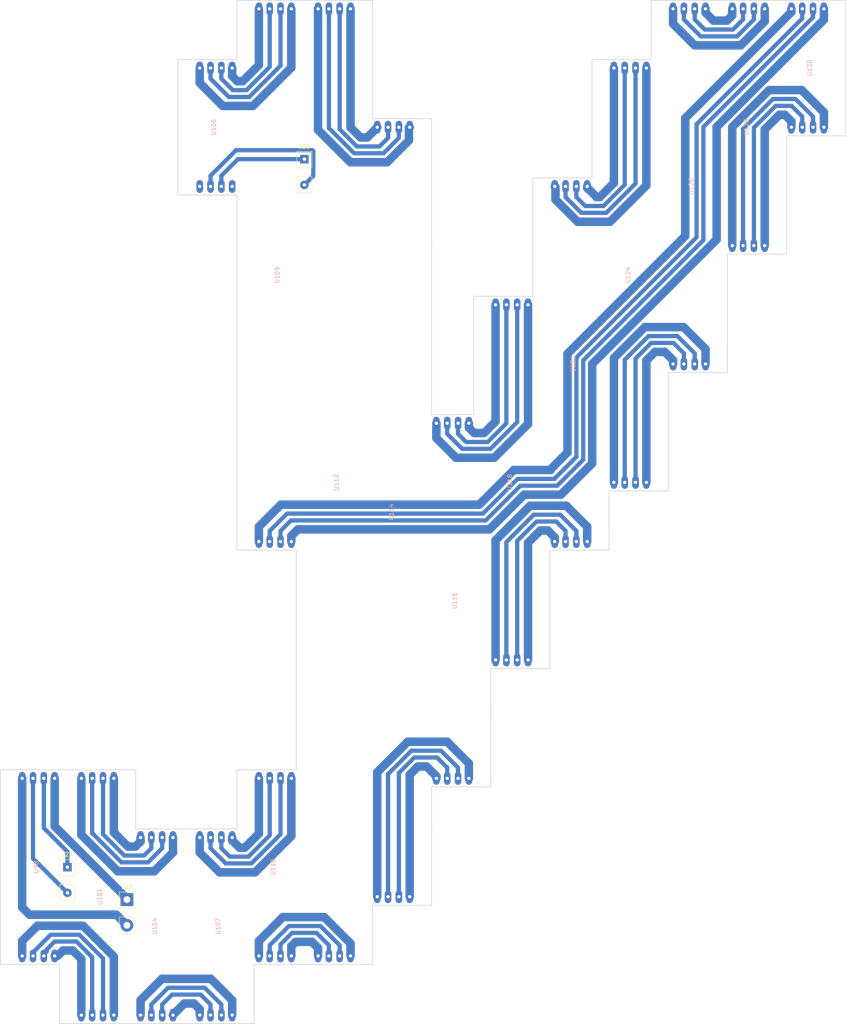
<source format=kicad_pcb>
(kicad_pcb (version 4) (host pcbnew 4.0.6)

  (general
    (links 66)
    (no_connects 2)
    (area 528.758299 105.147199 727.352801 345.408301)
    (thickness 1.6)
    (drawings 254)
    (tracks 364)
    (zones 0)
    (modules 19)
    (nets 67)
  )

  (page A4 portrait)
  (layers
    (0 F.Cu signal)
    (31 B.Cu signal)
    (32 B.Adhes user)
    (33 F.Adhes user hide)
    (34 B.Paste user)
    (35 F.Paste user hide)
    (36 B.SilkS user)
    (37 F.SilkS user hide)
    (38 B.Mask user)
    (39 F.Mask user hide)
    (40 Dwgs.User user)
    (41 Cmts.User user)
    (42 Eco1.User user)
    (43 Eco2.User user)
    (44 Edge.Cuts user)
    (45 Margin user hide)
    (46 B.CrtYd user)
    (47 F.CrtYd user hide)
    (48 B.Fab user)
    (49 F.Fab user)
  )

  (setup
    (last_trace_width 2)
    (trace_clearance 0.6)
    (zone_clearance 0.508)
    (zone_45_only no)
    (trace_min 0.2)
    (segment_width 0.2)
    (edge_width 0.15)
    (via_size 0.6)
    (via_drill 0.4)
    (via_min_size 0.4)
    (via_min_drill 0.3)
    (uvia_size 0.3)
    (uvia_drill 0.1)
    (uvias_allowed no)
    (uvia_min_size 0.2)
    (uvia_min_drill 0.1)
    (pcb_text_width 0.3)
    (pcb_text_size 1.5 1.5)
    (mod_edge_width 0.15)
    (mod_text_size 1 1)
    (mod_text_width 0.15)
    (pad_size 1.524 1.524)
    (pad_drill 0.762)
    (pad_to_mask_clearance 0.2)
    (aux_axis_origin 0 0)
    (visible_elements FFFFFFFF)
    (pcbplotparams
      (layerselection 0x01000_80000001)
      (usegerberextensions false)
      (excludeedgelayer true)
      (linewidth 0.100000)
      (plotframeref false)
      (viasonmask false)
      (mode 1)
      (useauxorigin false)
      (hpglpennumber 1)
      (hpglpenspeed 20)
      (hpglpendiameter 15)
      (hpglpenoverlay 2)
      (psnegative false)
      (psa4output false)
      (plotreference false)
      (plotvalue false)
      (plotinvisibletext false)
      (padsonsilk false)
      (subtractmaskfromsilk false)
      (outputformat 5)
      (mirror false)
      (drillshape 0)
      (scaleselection 1)
      (outputdirectory gerbers/))
  )

  (net 0 "")
  (net 1 +5V)
  (net 2 GND)
  (net 3 "Net-(U101-Pad1)")
  (net 4 "Net-(U101-Pad2)")
  (net 5 "Net-(U101-Pad3)")
  (net 6 "Net-(U101-Pad4)")
  (net 7 "Net-(U101-Pad5)")
  (net 8 "Net-(U101-Pad6)")
  (net 9 "Net-(U101-Pad7)")
  (net 10 "Net-(U101-Pad8)")
  (net 11 "Net-(U104-Pad5)")
  (net 12 "Net-(U104-Pad6)")
  (net 13 "Net-(U104-Pad7)")
  (net 14 "Net-(U104-Pad8)")
  (net 15 "Net-(U106-Pad1)")
  (net 16 "Net-(U106-Pad2)")
  (net 17 "Net-(U106-Pad3)")
  (net 18 "Net-(U106-Pad4)")
  (net 19 "Net-(U107-Pad5)")
  (net 20 "Net-(U107-Pad6)")
  (net 21 "Net-(U107-Pad7)")
  (net 22 "Net-(U107-Pad8)")
  (net 23 "Net-(U109-Pad1)")
  (net 24 "Net-(U109-Pad2)")
  (net 25 "Net-(U109-Pad3)")
  (net 26 "Net-(U109-Pad4)")
  (net 27 "Net-(U110-Pad5)")
  (net 28 "Net-(U110-Pad6)")
  (net 29 "Net-(U110-Pad7)")
  (net 30 "Net-(U110-Pad8)")
  (net 31 "Net-(U112-Pad5)")
  (net 32 "Net-(U112-Pad6)")
  (net 33 "Net-(U112-Pad7)")
  (net 34 "Net-(U112-Pad8)")
  (net 35 "Net-(U114-Pad5)")
  (net 36 "Net-(U114-Pad6)")
  (net 37 "Net-(U114-Pad7)")
  (net 38 "Net-(U114-Pad8)")
  (net 39 "Net-(U116-Pad5)")
  (net 40 "Net-(U116-Pad6)")
  (net 41 "Net-(U116-Pad7)")
  (net 42 "Net-(U116-Pad8)")
  (net 43 "Net-(U118-Pad5)")
  (net 44 "Net-(U118-Pad6)")
  (net 45 "Net-(U118-Pad7)")
  (net 46 "Net-(U118-Pad8)")
  (net 47 "Net-(U121-Pad5)")
  (net 48 "Net-(U121-Pad6)")
  (net 49 "Net-(U121-Pad7)")
  (net 50 "Net-(U121-Pad8)")
  (net 51 "Net-(U124-Pad5)")
  (net 52 "Net-(U124-Pad6)")
  (net 53 "Net-(U124-Pad7)")
  (net 54 "Net-(U124-Pad8)")
  (net 55 "Net-(U126-Pad5)")
  (net 56 "Net-(U126-Pad6)")
  (net 57 "Net-(U126-Pad7)")
  (net 58 "Net-(U126-Pad8)")
  (net 59 "Net-(U128-Pad5)")
  (net 60 "Net-(U128-Pad6)")
  (net 61 "Net-(U128-Pad7)")
  (net 62 "Net-(U128-Pad8)")
  (net 63 "Net-(J24-Pad1)")
  (net 64 "Net-(J24-Pad2)")
  (net 65 "Net-(J29-Pad1)")
  (net 66 "Net-(J29-Pad2)")

  (net_class Default "This is the default net class."
    (clearance 0.6)
    (trace_width 2)
    (via_dia 0.6)
    (via_drill 0.4)
    (uvia_dia 0.3)
    (uvia_drill 0.1)
    (add_net +5V)
    (add_net GND)
    (add_net "Net-(U101-Pad1)")
    (add_net "Net-(U101-Pad4)")
    (add_net "Net-(U101-Pad5)")
    (add_net "Net-(U101-Pad8)")
    (add_net "Net-(U104-Pad5)")
    (add_net "Net-(U104-Pad8)")
    (add_net "Net-(U106-Pad1)")
    (add_net "Net-(U106-Pad4)")
    (add_net "Net-(U107-Pad5)")
    (add_net "Net-(U107-Pad8)")
    (add_net "Net-(U109-Pad1)")
    (add_net "Net-(U109-Pad4)")
    (add_net "Net-(U110-Pad5)")
    (add_net "Net-(U110-Pad8)")
    (add_net "Net-(U112-Pad5)")
    (add_net "Net-(U112-Pad8)")
    (add_net "Net-(U114-Pad5)")
    (add_net "Net-(U114-Pad8)")
    (add_net "Net-(U116-Pad5)")
    (add_net "Net-(U116-Pad8)")
    (add_net "Net-(U118-Pad5)")
    (add_net "Net-(U118-Pad8)")
    (add_net "Net-(U121-Pad5)")
    (add_net "Net-(U121-Pad8)")
    (add_net "Net-(U124-Pad5)")
    (add_net "Net-(U124-Pad8)")
    (add_net "Net-(U126-Pad5)")
    (add_net "Net-(U126-Pad8)")
    (add_net "Net-(U128-Pad5)")
    (add_net "Net-(U128-Pad8)")
  )

  (net_class Signal ""
    (clearance 0.6)
    (trace_width 1)
    (via_dia 0.6)
    (via_drill 0.4)
    (uvia_dia 0.3)
    (uvia_drill 0.1)
    (add_net "Net-(J24-Pad1)")
    (add_net "Net-(J24-Pad2)")
    (add_net "Net-(J29-Pad1)")
    (add_net "Net-(J29-Pad2)")
    (add_net "Net-(U101-Pad2)")
    (add_net "Net-(U101-Pad3)")
    (add_net "Net-(U101-Pad6)")
    (add_net "Net-(U101-Pad7)")
    (add_net "Net-(U104-Pad6)")
    (add_net "Net-(U104-Pad7)")
    (add_net "Net-(U106-Pad2)")
    (add_net "Net-(U106-Pad3)")
    (add_net "Net-(U107-Pad6)")
    (add_net "Net-(U107-Pad7)")
    (add_net "Net-(U109-Pad2)")
    (add_net "Net-(U109-Pad3)")
    (add_net "Net-(U110-Pad6)")
    (add_net "Net-(U110-Pad7)")
    (add_net "Net-(U112-Pad6)")
    (add_net "Net-(U112-Pad7)")
    (add_net "Net-(U114-Pad6)")
    (add_net "Net-(U114-Pad7)")
    (add_net "Net-(U116-Pad6)")
    (add_net "Net-(U116-Pad7)")
    (add_net "Net-(U118-Pad6)")
    (add_net "Net-(U118-Pad7)")
    (add_net "Net-(U121-Pad6)")
    (add_net "Net-(U121-Pad7)")
    (add_net "Net-(U124-Pad6)")
    (add_net "Net-(U124-Pad7)")
    (add_net "Net-(U126-Pad6)")
    (add_net "Net-(U126-Pad7)")
    (add_net "Net-(U128-Pad6)")
    (add_net "Net-(U128-Pad7)")
  )

  (module apa102c_72m:APA102C_72m_x3 (layer B.Cu) (tedit 59559C0C) (tstamp 59559C0C)
    (at 14.0298 231.3951 270)
    (path /5954F16F)
    (fp_text reference U98 (at 0 0.5 270) (layer B.SilkS)
      (effects (font (size 1 1) (thickness 0.15)))
    )
    (fp_text value APA102C_x3 (at 0 -0.5 270) (layer B.Fab)
      (effects (font (size 1 1) (thickness 0.15)))
    )
    (fp_line (start -20.8333 -5.08) (end -20.8333 5.08) (layer B.CrtYd) (width 0.15))
    (fp_line (start 20.8333 -5.08) (end -20.8333 -5.08) (layer B.CrtYd) (width 0.15))
    (fp_line (start 20.8333 5.08) (end 20.8333 -5.08) (layer B.CrtYd) (width 0.15))
    (fp_line (start -20.8333 5.08) (end 20.8333 5.08) (layer B.CrtYd) (width 0.15))
    (pad 1 thru_hole oval (at -20.8333 -3.81 270) (size 3 1.524) (drill 0.762) (layers *.Cu *.Mask)
      (net 2 GND))
    (pad 2 thru_hole oval (at -20.8333 -1.27 270) (size 3 1.524) (drill 0.762) (layers *.Cu *.Mask)
      (net 63 "Net-(J24-Pad1)"))
    (pad 3 thru_hole oval (at -20.8333 1.27 270) (size 3 1.524) (drill 0.762) (layers *.Cu *.Mask)
      (net 64 "Net-(J24-Pad2)"))
    (pad 4 thru_hole oval (at -20.8333 3.81 270) (size 3 1.524) (drill 0.762) (layers *.Cu *.Mask)
      (net 1 +5V))
    (pad 5 thru_hole oval (at 20.8333 -3.81 270) (size 3 1.524) (drill 0.762) (layers *.Cu *.Mask)
      (net 3 "Net-(U101-Pad1)"))
    (pad 6 thru_hole oval (at 20.8333 -1.27 270) (size 3 1.524) (drill 0.762) (layers *.Cu *.Mask)
      (net 4 "Net-(U101-Pad2)"))
    (pad 7 thru_hole oval (at 20.8333 1.27 270) (size 3 1.524) (drill 0.762) (layers *.Cu *.Mask)
      (net 5 "Net-(U101-Pad3)"))
    (pad 8 thru_hole oval (at 20.8333 3.81 270) (size 3 1.524) (drill 0.762) (layers *.Cu *.Mask)
      (net 6 "Net-(U101-Pad4)"))
  )

  (module apa102c_72m:APA102C_72m_x4 (layer B.Cu) (tedit 59559C0C) (tstamp 59559C0C)
    (at 27.9187 238.3396 90)
    (path /5954F172)
    (fp_text reference U101 (at 0 0.5 90) (layer B.SilkS)
      (effects (font (size 1 1) (thickness 0.15)))
    )
    (fp_text value APA102C_x4 (at 0 -0.5 90) (layer B.Fab)
      (effects (font (size 1 1) (thickness 0.15)))
    )
    (fp_line (start -27.7778 -5.08) (end -27.7778 5.08) (layer B.CrtYd) (width 0.15))
    (fp_line (start 27.7778 -5.08) (end -27.7778 -5.08) (layer B.CrtYd) (width 0.15))
    (fp_line (start 27.7778 5.08) (end 27.7778 -5.08) (layer B.CrtYd) (width 0.15))
    (fp_line (start -27.7778 5.08) (end 27.7778 5.08) (layer B.CrtYd) (width 0.15))
    (pad 1 thru_hole oval (at -27.7778 -3.81 90) (size 3 1.524) (drill 0.762) (layers *.Cu *.Mask)
      (net 3 "Net-(U101-Pad1)"))
    (pad 2 thru_hole oval (at -27.7778 -1.27 90) (size 3 1.524) (drill 0.762) (layers *.Cu *.Mask)
      (net 4 "Net-(U101-Pad2)"))
    (pad 3 thru_hole oval (at -27.7778 1.27 90) (size 3 1.524) (drill 0.762) (layers *.Cu *.Mask)
      (net 5 "Net-(U101-Pad3)"))
    (pad 4 thru_hole oval (at -27.7778 3.81 90) (size 3 1.524) (drill 0.762) (layers *.Cu *.Mask)
      (net 6 "Net-(U101-Pad4)"))
    (pad 5 thru_hole oval (at 27.7778 -3.81 90) (size 3 1.524) (drill 0.762) (layers *.Cu *.Mask)
      (net 7 "Net-(U101-Pad5)"))
    (pad 6 thru_hole oval (at 27.7778 -1.27 90) (size 3 1.524) (drill 0.762) (layers *.Cu *.Mask)
      (net 8 "Net-(U101-Pad6)"))
    (pad 7 thru_hole oval (at 27.7778 1.27 90) (size 3 1.524) (drill 0.762) (layers *.Cu *.Mask)
      (net 9 "Net-(U101-Pad7)"))
    (pad 8 thru_hole oval (at 27.7778 3.81 90) (size 3 1.524) (drill 0.762) (layers *.Cu *.Mask)
      (net 10 "Net-(U101-Pad8)"))
  )

  (module apa102c_72m:APA102C_72m_x3 (layer B.Cu) (tedit 59559C0C) (tstamp 59559C0C)
    (at 41.8076 245.284 270)
    (path /5954F175)
    (fp_text reference U104 (at 0 0.5 270) (layer B.SilkS)
      (effects (font (size 1 1) (thickness 0.15)))
    )
    (fp_text value APA102C_x3 (at 0 -0.5 270) (layer B.Fab)
      (effects (font (size 1 1) (thickness 0.15)))
    )
    (fp_line (start -20.8333 -5.08) (end -20.8333 5.08) (layer B.CrtYd) (width 0.15))
    (fp_line (start 20.8333 -5.08) (end -20.8333 -5.08) (layer B.CrtYd) (width 0.15))
    (fp_line (start 20.8333 5.08) (end 20.8333 -5.08) (layer B.CrtYd) (width 0.15))
    (fp_line (start -20.8333 5.08) (end 20.8333 5.08) (layer B.CrtYd) (width 0.15))
    (pad 1 thru_hole oval (at -20.8333 -3.81 270) (size 3 1.524) (drill 0.762) (layers *.Cu *.Mask)
      (net 7 "Net-(U101-Pad5)"))
    (pad 2 thru_hole oval (at -20.8333 -1.27 270) (size 3 1.524) (drill 0.762) (layers *.Cu *.Mask)
      (net 8 "Net-(U101-Pad6)"))
    (pad 3 thru_hole oval (at -20.8333 1.27 270) (size 3 1.524) (drill 0.762) (layers *.Cu *.Mask)
      (net 9 "Net-(U101-Pad7)"))
    (pad 4 thru_hole oval (at -20.8333 3.81 270) (size 3 1.524) (drill 0.762) (layers *.Cu *.Mask)
      (net 10 "Net-(U101-Pad8)"))
    (pad 5 thru_hole oval (at 20.8333 -3.81 270) (size 3 1.524) (drill 0.762) (layers *.Cu *.Mask)
      (net 11 "Net-(U104-Pad5)"))
    (pad 6 thru_hole oval (at 20.8333 -1.27 270) (size 3 1.524) (drill 0.762) (layers *.Cu *.Mask)
      (net 12 "Net-(U104-Pad6)"))
    (pad 7 thru_hole oval (at 20.8333 1.27 270) (size 3 1.524) (drill 0.762) (layers *.Cu *.Mask)
      (net 13 "Net-(U104-Pad7)"))
    (pad 8 thru_hole oval (at 20.8333 3.81 270) (size 3 1.524) (drill 0.762) (layers *.Cu *.Mask)
      (net 14 "Net-(U104-Pad8)"))
  )

  (module apa102c_72m:APA102C_72m_x2 (layer B.Cu) (tedit 59559C0C) (tstamp 59559C0C)
    (at 55.6964 57.784 270)
    (path /5954F177)
    (fp_text reference U106 (at 0 0.5 270) (layer B.SilkS)
      (effects (font (size 1 1) (thickness 0.15)))
    )
    (fp_text value APA102C_x2 (at 0 -0.5 270) (layer B.Fab)
      (effects (font (size 1 1) (thickness 0.15)))
    )
    (fp_line (start -13.8889 -5.08) (end -13.8889 5.08) (layer B.CrtYd) (width 0.15))
    (fp_line (start 13.8889 -5.08) (end -13.8889 -5.08) (layer B.CrtYd) (width 0.15))
    (fp_line (start 13.8889 5.08) (end 13.8889 -5.08) (layer B.CrtYd) (width 0.15))
    (fp_line (start -13.8889 5.08) (end 13.8889 5.08) (layer B.CrtYd) (width 0.15))
    (pad 1 thru_hole oval (at -13.8889 -3.81 270) (size 3 1.524) (drill 0.762) (layers *.Cu *.Mask)
      (net 15 "Net-(U106-Pad1)"))
    (pad 2 thru_hole oval (at -13.8889 -1.27 270) (size 3 1.524) (drill 0.762) (layers *.Cu *.Mask)
      (net 16 "Net-(U106-Pad2)"))
    (pad 3 thru_hole oval (at -13.8889 1.27 270) (size 3 1.524) (drill 0.762) (layers *.Cu *.Mask)
      (net 17 "Net-(U106-Pad3)"))
    (pad 4 thru_hole oval (at -13.8889 3.81 270) (size 3 1.524) (drill 0.762) (layers *.Cu *.Mask)
      (net 18 "Net-(U106-Pad4)"))
    (pad 5 thru_hole oval (at 13.8889 -3.81 270) (size 3 1.524) (drill 0.762) (layers *.Cu *.Mask))
    (pad 6 thru_hole oval (at 13.8889 -1.27 270) (size 3 1.524) (drill 0.762) (layers *.Cu *.Mask)
      (net 65 "Net-(J29-Pad1)"))
    (pad 7 thru_hole oval (at 13.8889 1.27 270) (size 3 1.524) (drill 0.762) (layers *.Cu *.Mask)
      (net 66 "Net-(J29-Pad2)"))
    (pad 8 thru_hole oval (at 13.8889 3.81 270) (size 3 1.524) (drill 0.762) (layers *.Cu *.Mask))
  )

  (module apa102c_72m:APA102C_72m_x3 (layer B.Cu) (tedit 59559C0C) (tstamp 59559C0C)
    (at 55.6964 245.284 90)
    (path /5954F178)
    (fp_text reference U107 (at 0 0.5 90) (layer B.SilkS)
      (effects (font (size 1 1) (thickness 0.15)))
    )
    (fp_text value APA102C_x3 (at 0 -0.5 90) (layer B.Fab)
      (effects (font (size 1 1) (thickness 0.15)))
    )
    (fp_line (start -20.8333 -5.08) (end -20.8333 5.08) (layer B.CrtYd) (width 0.15))
    (fp_line (start 20.8333 -5.08) (end -20.8333 -5.08) (layer B.CrtYd) (width 0.15))
    (fp_line (start 20.8333 5.08) (end 20.8333 -5.08) (layer B.CrtYd) (width 0.15))
    (fp_line (start -20.8333 5.08) (end 20.8333 5.08) (layer B.CrtYd) (width 0.15))
    (pad 1 thru_hole oval (at -20.8333 -3.81 90) (size 3 1.524) (drill 0.762) (layers *.Cu *.Mask)
      (net 11 "Net-(U104-Pad5)"))
    (pad 2 thru_hole oval (at -20.8333 -1.27 90) (size 3 1.524) (drill 0.762) (layers *.Cu *.Mask)
      (net 12 "Net-(U104-Pad6)"))
    (pad 3 thru_hole oval (at -20.8333 1.27 90) (size 3 1.524) (drill 0.762) (layers *.Cu *.Mask)
      (net 13 "Net-(U104-Pad7)"))
    (pad 4 thru_hole oval (at -20.8333 3.81 90) (size 3 1.524) (drill 0.762) (layers *.Cu *.Mask)
      (net 14 "Net-(U104-Pad8)"))
    (pad 5 thru_hole oval (at 20.8333 -3.81 90) (size 3 1.524) (drill 0.762) (layers *.Cu *.Mask)
      (net 19 "Net-(U107-Pad5)"))
    (pad 6 thru_hole oval (at 20.8333 -1.27 90) (size 3 1.524) (drill 0.762) (layers *.Cu *.Mask)
      (net 20 "Net-(U107-Pad6)"))
    (pad 7 thru_hole oval (at 20.8333 1.27 90) (size 3 1.524) (drill 0.762) (layers *.Cu *.Mask)
      (net 21 "Net-(U107-Pad7)"))
    (pad 8 thru_hole oval (at 20.8333 3.81 90) (size 3 1.524) (drill 0.762) (layers *.Cu *.Mask)
      (net 22 "Net-(U107-Pad8)"))
  )

  (module apa102c_72m:APA102C_72m_x9 (layer B.Cu) (tedit 59559C0C) (tstamp 59559C0C)
    (at 69.5853 92.5062 90)
    (path /5954F17A)
    (fp_text reference U109 (at 0 0.5 90) (layer B.SilkS)
      (effects (font (size 1 1) (thickness 0.15)))
    )
    (fp_text value APA102C_x9 (at 0 -0.5 90) (layer B.Fab)
      (effects (font (size 1 1) (thickness 0.15)))
    )
    (fp_line (start -62.5 -5.08) (end -62.5 5.08) (layer B.CrtYd) (width 0.15))
    (fp_line (start 62.5 -5.08) (end -62.5 -5.08) (layer B.CrtYd) (width 0.15))
    (fp_line (start 62.5 5.08) (end 62.5 -5.08) (layer B.CrtYd) (width 0.15))
    (fp_line (start -62.5 5.08) (end 62.5 5.08) (layer B.CrtYd) (width 0.15))
    (pad 1 thru_hole oval (at -62.5 -3.81 90) (size 3 1.524) (drill 0.762) (layers *.Cu *.Mask)
      (net 23 "Net-(U109-Pad1)"))
    (pad 2 thru_hole oval (at -62.5 -1.27 90) (size 3 1.524) (drill 0.762) (layers *.Cu *.Mask)
      (net 24 "Net-(U109-Pad2)"))
    (pad 3 thru_hole oval (at -62.5 1.27 90) (size 3 1.524) (drill 0.762) (layers *.Cu *.Mask)
      (net 25 "Net-(U109-Pad3)"))
    (pad 4 thru_hole oval (at -62.5 3.81 90) (size 3 1.524) (drill 0.762) (layers *.Cu *.Mask)
      (net 26 "Net-(U109-Pad4)"))
    (pad 5 thru_hole oval (at 62.5 -3.81 90) (size 3 1.524) (drill 0.762) (layers *.Cu *.Mask)
      (net 15 "Net-(U106-Pad1)"))
    (pad 6 thru_hole oval (at 62.5 -1.27 90) (size 3 1.524) (drill 0.762) (layers *.Cu *.Mask)
      (net 16 "Net-(U106-Pad2)"))
    (pad 7 thru_hole oval (at 62.5 1.27 90) (size 3 1.524) (drill 0.762) (layers *.Cu *.Mask)
      (net 17 "Net-(U106-Pad3)"))
    (pad 8 thru_hole oval (at 62.5 3.81 90) (size 3 1.524) (drill 0.762) (layers *.Cu *.Mask)
      (net 18 "Net-(U106-Pad4)"))
  )

  (module apa102c_72m:APA102C_72m_x3 (layer B.Cu) (tedit 59559C0C) (tstamp 59559C0C)
    (at 69.5853 231.3951 270)
    (path /5954F17B)
    (fp_text reference U110 (at 0 0.5 270) (layer B.SilkS)
      (effects (font (size 1 1) (thickness 0.15)))
    )
    (fp_text value APA102C_x3 (at 0 -0.5 270) (layer B.Fab)
      (effects (font (size 1 1) (thickness 0.15)))
    )
    (fp_line (start -20.8333 -5.08) (end -20.8333 5.08) (layer B.CrtYd) (width 0.15))
    (fp_line (start 20.8333 -5.08) (end -20.8333 -5.08) (layer B.CrtYd) (width 0.15))
    (fp_line (start 20.8333 5.08) (end 20.8333 -5.08) (layer B.CrtYd) (width 0.15))
    (fp_line (start -20.8333 5.08) (end 20.8333 5.08) (layer B.CrtYd) (width 0.15))
    (pad 1 thru_hole oval (at -20.8333 -3.81 270) (size 3 1.524) (drill 0.762) (layers *.Cu *.Mask)
      (net 19 "Net-(U107-Pad5)"))
    (pad 2 thru_hole oval (at -20.8333 -1.27 270) (size 3 1.524) (drill 0.762) (layers *.Cu *.Mask)
      (net 20 "Net-(U107-Pad6)"))
    (pad 3 thru_hole oval (at -20.8333 1.27 270) (size 3 1.524) (drill 0.762) (layers *.Cu *.Mask)
      (net 21 "Net-(U107-Pad7)"))
    (pad 4 thru_hole oval (at -20.8333 3.81 270) (size 3 1.524) (drill 0.762) (layers *.Cu *.Mask)
      (net 22 "Net-(U107-Pad8)"))
    (pad 5 thru_hole oval (at 20.8333 -3.81 270) (size 3 1.524) (drill 0.762) (layers *.Cu *.Mask)
      (net 27 "Net-(U110-Pad5)"))
    (pad 6 thru_hole oval (at 20.8333 -1.27 270) (size 3 1.524) (drill 0.762) (layers *.Cu *.Mask)
      (net 28 "Net-(U110-Pad6)"))
    (pad 7 thru_hole oval (at 20.8333 1.27 270) (size 3 1.524) (drill 0.762) (layers *.Cu *.Mask)
      (net 29 "Net-(U110-Pad7)"))
    (pad 8 thru_hole oval (at 20.8333 3.81 270) (size 3 1.524) (drill 0.762) (layers *.Cu *.Mask)
      (net 30 "Net-(U110-Pad8)"))
  )

  (module apa102c_72m:APA102C_72m_x16 (layer B.Cu) (tedit 59559C0C) (tstamp 59559C0C)
    (at 83.4742 141.1173 90)
    (path /5954F17D)
    (fp_text reference U112 (at 0 0.5 90) (layer B.SilkS)
      (effects (font (size 1 1) (thickness 0.15)))
    )
    (fp_text value APA102C_x16 (at 0 -0.5 90) (layer B.Fab)
      (effects (font (size 1 1) (thickness 0.15)))
    )
    (fp_line (start -111.1111 -5.08) (end -111.1111 5.08) (layer B.CrtYd) (width 0.15))
    (fp_line (start 111.1111 -5.08) (end -111.1111 -5.08) (layer B.CrtYd) (width 0.15))
    (fp_line (start 111.1111 5.08) (end 111.1111 -5.08) (layer B.CrtYd) (width 0.15))
    (fp_line (start -111.1111 5.08) (end 111.1111 5.08) (layer B.CrtYd) (width 0.15))
    (pad 1 thru_hole oval (at -111.1111 -3.81 90) (size 3 1.524) (drill 0.762) (layers *.Cu *.Mask)
      (net 27 "Net-(U110-Pad5)"))
    (pad 2 thru_hole oval (at -111.1111 -1.27 90) (size 3 1.524) (drill 0.762) (layers *.Cu *.Mask)
      (net 28 "Net-(U110-Pad6)"))
    (pad 3 thru_hole oval (at -111.1111 1.27 90) (size 3 1.524) (drill 0.762) (layers *.Cu *.Mask)
      (net 29 "Net-(U110-Pad7)"))
    (pad 4 thru_hole oval (at -111.1111 3.81 90) (size 3 1.524) (drill 0.762) (layers *.Cu *.Mask)
      (net 30 "Net-(U110-Pad8)"))
    (pad 5 thru_hole oval (at 111.1111 -3.81 90) (size 3 1.524) (drill 0.762) (layers *.Cu *.Mask)
      (net 31 "Net-(U112-Pad5)"))
    (pad 6 thru_hole oval (at 111.1111 -1.27 90) (size 3 1.524) (drill 0.762) (layers *.Cu *.Mask)
      (net 32 "Net-(U112-Pad6)"))
    (pad 7 thru_hole oval (at 111.1111 1.27 90) (size 3 1.524) (drill 0.762) (layers *.Cu *.Mask)
      (net 33 "Net-(U112-Pad7)"))
    (pad 8 thru_hole oval (at 111.1111 3.81 90) (size 3 1.524) (drill 0.762) (layers *.Cu *.Mask)
      (net 34 "Net-(U112-Pad8)"))
  )

  (module apa102c_72m:APA102C_72m_x13 (layer B.Cu) (tedit 59559C0C) (tstamp 59559C0C)
    (at 97.3631 148.0618 270)
    (path /5954F17F)
    (fp_text reference U114 (at 0 0.5 270) (layer B.SilkS)
      (effects (font (size 1 1) (thickness 0.15)))
    )
    (fp_text value APA102C_x13 (at 0 -0.5 270) (layer B.Fab)
      (effects (font (size 1 1) (thickness 0.15)))
    )
    (fp_line (start -90.2778 -5.08) (end -90.2778 5.08) (layer B.CrtYd) (width 0.15))
    (fp_line (start 90.2778 -5.08) (end -90.2778 -5.08) (layer B.CrtYd) (width 0.15))
    (fp_line (start 90.2778 5.08) (end 90.2778 -5.08) (layer B.CrtYd) (width 0.15))
    (fp_line (start -90.2778 5.08) (end 90.2778 5.08) (layer B.CrtYd) (width 0.15))
    (pad 1 thru_hole oval (at -90.2778 -3.81 270) (size 3 1.524) (drill 0.762) (layers *.Cu *.Mask)
      (net 31 "Net-(U112-Pad5)"))
    (pad 2 thru_hole oval (at -90.2778 -1.27 270) (size 3 1.524) (drill 0.762) (layers *.Cu *.Mask)
      (net 32 "Net-(U112-Pad6)"))
    (pad 3 thru_hole oval (at -90.2778 1.27 270) (size 3 1.524) (drill 0.762) (layers *.Cu *.Mask)
      (net 33 "Net-(U112-Pad7)"))
    (pad 4 thru_hole oval (at -90.2778 3.81 270) (size 3 1.524) (drill 0.762) (layers *.Cu *.Mask)
      (net 34 "Net-(U112-Pad8)"))
    (pad 5 thru_hole oval (at 90.2778 -3.81 270) (size 3 1.524) (drill 0.762) (layers *.Cu *.Mask)
      (net 35 "Net-(U114-Pad5)"))
    (pad 6 thru_hole oval (at 90.2778 -1.27 270) (size 3 1.524) (drill 0.762) (layers *.Cu *.Mask)
      (net 36 "Net-(U114-Pad6)"))
    (pad 7 thru_hole oval (at 90.2778 1.27 270) (size 3 1.524) (drill 0.762) (layers *.Cu *.Mask)
      (net 37 "Net-(U114-Pad7)"))
    (pad 8 thru_hole oval (at 90.2778 3.81 270) (size 3 1.524) (drill 0.762) (layers *.Cu *.Mask)
      (net 38 "Net-(U114-Pad8)"))
  )

  (module apa102c_72m:APA102C_72m_x6 (layer B.Cu) (tedit 59559C0C) (tstamp 59559C0C)
    (at 111.252 168.8951 90)
    (path /5954F181)
    (fp_text reference U116 (at 0 0.5 90) (layer B.SilkS)
      (effects (font (size 1 1) (thickness 0.15)))
    )
    (fp_text value APA102C_x6 (at 0 -0.5 90) (layer B.Fab)
      (effects (font (size 1 1) (thickness 0.15)))
    )
    (fp_line (start -41.6667 -5.08) (end -41.6667 5.08) (layer B.CrtYd) (width 0.15))
    (fp_line (start 41.6667 -5.08) (end -41.6667 -5.08) (layer B.CrtYd) (width 0.15))
    (fp_line (start 41.6667 5.08) (end 41.6667 -5.08) (layer B.CrtYd) (width 0.15))
    (fp_line (start -41.6667 5.08) (end 41.6667 5.08) (layer B.CrtYd) (width 0.15))
    (pad 1 thru_hole oval (at -41.6667 -3.81 90) (size 3 1.524) (drill 0.762) (layers *.Cu *.Mask)
      (net 35 "Net-(U114-Pad5)"))
    (pad 2 thru_hole oval (at -41.6667 -1.27 90) (size 3 1.524) (drill 0.762) (layers *.Cu *.Mask)
      (net 36 "Net-(U114-Pad6)"))
    (pad 3 thru_hole oval (at -41.6667 1.27 90) (size 3 1.524) (drill 0.762) (layers *.Cu *.Mask)
      (net 37 "Net-(U114-Pad7)"))
    (pad 4 thru_hole oval (at -41.6667 3.81 90) (size 3 1.524) (drill 0.762) (layers *.Cu *.Mask)
      (net 38 "Net-(U114-Pad8)"))
    (pad 5 thru_hole oval (at 41.6667 -3.81 90) (size 3 1.524) (drill 0.762) (layers *.Cu *.Mask)
      (net 39 "Net-(U116-Pad5)"))
    (pad 6 thru_hole oval (at 41.6667 -1.27 90) (size 3 1.524) (drill 0.762) (layers *.Cu *.Mask)
      (net 40 "Net-(U116-Pad6)"))
    (pad 7 thru_hole oval (at 41.6667 1.27 90) (size 3 1.524) (drill 0.762) (layers *.Cu *.Mask)
      (net 41 "Net-(U116-Pad7)"))
    (pad 8 thru_hole oval (at 41.6667 3.81 90) (size 3 1.524) (drill 0.762) (layers *.Cu *.Mask)
      (net 42 "Net-(U116-Pad8)"))
  )

  (module apa102c_72m:APA102C_72m_x6 (layer B.Cu) (tedit 59559C0C) (tstamp 59559C0C)
    (at 125.1409 141.1173 270)
    (path /5954F183)
    (fp_text reference U118 (at 0 0.5 270) (layer B.SilkS)
      (effects (font (size 1 1) (thickness 0.15)))
    )
    (fp_text value APA102C_x6 (at 0 -0.5 270) (layer B.Fab)
      (effects (font (size 1 1) (thickness 0.15)))
    )
    (fp_line (start -41.6667 -5.08) (end -41.6667 5.08) (layer B.CrtYd) (width 0.15))
    (fp_line (start 41.6667 -5.08) (end -41.6667 -5.08) (layer B.CrtYd) (width 0.15))
    (fp_line (start 41.6667 5.08) (end 41.6667 -5.08) (layer B.CrtYd) (width 0.15))
    (fp_line (start -41.6667 5.08) (end 41.6667 5.08) (layer B.CrtYd) (width 0.15))
    (pad 1 thru_hole oval (at -41.6667 -3.81 270) (size 3 1.524) (drill 0.762) (layers *.Cu *.Mask)
      (net 39 "Net-(U116-Pad5)"))
    (pad 2 thru_hole oval (at -41.6667 -1.27 270) (size 3 1.524) (drill 0.762) (layers *.Cu *.Mask)
      (net 40 "Net-(U116-Pad6)"))
    (pad 3 thru_hole oval (at -41.6667 1.27 270) (size 3 1.524) (drill 0.762) (layers *.Cu *.Mask)
      (net 41 "Net-(U116-Pad7)"))
    (pad 4 thru_hole oval (at -41.6667 3.81 270) (size 3 1.524) (drill 0.762) (layers *.Cu *.Mask)
      (net 42 "Net-(U116-Pad8)"))
    (pad 5 thru_hole oval (at 41.6667 -3.81 270) (size 3 1.524) (drill 0.762) (layers *.Cu *.Mask)
      (net 43 "Net-(U118-Pad5)"))
    (pad 6 thru_hole oval (at 41.6667 -1.27 270) (size 3 1.524) (drill 0.762) (layers *.Cu *.Mask)
      (net 44 "Net-(U118-Pad6)"))
    (pad 7 thru_hole oval (at 41.6667 1.27 270) (size 3 1.524) (drill 0.762) (layers *.Cu *.Mask)
      (net 45 "Net-(U118-Pad7)"))
    (pad 8 thru_hole oval (at 41.6667 3.81 270) (size 3 1.524) (drill 0.762) (layers *.Cu *.Mask)
      (net 46 "Net-(U118-Pad8)"))
  )

  (module apa102c_72m:APA102C_72m_x6 (layer B.Cu) (tedit 59559C0C) (tstamp 59559C0C)
    (at 139.0298 113.3396 90)
    (path /5954F186)
    (fp_text reference U121 (at 0 0.5 90) (layer B.SilkS)
      (effects (font (size 1 1) (thickness 0.15)))
    )
    (fp_text value APA102C_x6 (at 0 -0.5 90) (layer B.Fab)
      (effects (font (size 1 1) (thickness 0.15)))
    )
    (fp_line (start -41.6667 -5.08) (end -41.6667 5.08) (layer B.CrtYd) (width 0.15))
    (fp_line (start 41.6667 -5.08) (end -41.6667 -5.08) (layer B.CrtYd) (width 0.15))
    (fp_line (start 41.6667 5.08) (end 41.6667 -5.08) (layer B.CrtYd) (width 0.15))
    (fp_line (start -41.6667 5.08) (end 41.6667 5.08) (layer B.CrtYd) (width 0.15))
    (pad 1 thru_hole oval (at -41.6667 -3.81 90) (size 3 1.524) (drill 0.762) (layers *.Cu *.Mask)
      (net 43 "Net-(U118-Pad5)"))
    (pad 2 thru_hole oval (at -41.6667 -1.27 90) (size 3 1.524) (drill 0.762) (layers *.Cu *.Mask)
      (net 44 "Net-(U118-Pad6)"))
    (pad 3 thru_hole oval (at -41.6667 1.27 90) (size 3 1.524) (drill 0.762) (layers *.Cu *.Mask)
      (net 45 "Net-(U118-Pad7)"))
    (pad 4 thru_hole oval (at -41.6667 3.81 90) (size 3 1.524) (drill 0.762) (layers *.Cu *.Mask)
      (net 46 "Net-(U118-Pad8)"))
    (pad 5 thru_hole oval (at 41.6667 -3.81 90) (size 3 1.524) (drill 0.762) (layers *.Cu *.Mask)
      (net 47 "Net-(U121-Pad5)"))
    (pad 6 thru_hole oval (at 41.6667 -1.27 90) (size 3 1.524) (drill 0.762) (layers *.Cu *.Mask)
      (net 48 "Net-(U121-Pad6)"))
    (pad 7 thru_hole oval (at 41.6667 1.27 90) (size 3 1.524) (drill 0.762) (layers *.Cu *.Mask)
      (net 49 "Net-(U121-Pad7)"))
    (pad 8 thru_hole oval (at 41.6667 3.81 90) (size 3 1.524) (drill 0.762) (layers *.Cu *.Mask)
      (net 50 "Net-(U121-Pad8)"))
  )

  (module apa102c_72m:APA102C_72m_x7 (layer B.Cu) (tedit 59559C0C) (tstamp 59559C0C)
    (at 152.9187 92.5062 270)
    (path /5954F189)
    (fp_text reference U124 (at 0 0.5 270) (layer B.SilkS)
      (effects (font (size 1 1) (thickness 0.15)))
    )
    (fp_text value APA102C_x7 (at 0 -0.5 270) (layer B.Fab)
      (effects (font (size 1 1) (thickness 0.15)))
    )
    (fp_line (start -48.6111 -5.08) (end -48.6111 5.08) (layer B.CrtYd) (width 0.15))
    (fp_line (start 48.6111 -5.08) (end -48.6111 -5.08) (layer B.CrtYd) (width 0.15))
    (fp_line (start 48.6111 5.08) (end 48.6111 -5.08) (layer B.CrtYd) (width 0.15))
    (fp_line (start -48.6111 5.08) (end 48.6111 5.08) (layer B.CrtYd) (width 0.15))
    (pad 1 thru_hole oval (at -48.6111 -3.81 270) (size 3 1.524) (drill 0.762) (layers *.Cu *.Mask)
      (net 47 "Net-(U121-Pad5)"))
    (pad 2 thru_hole oval (at -48.6111 -1.27 270) (size 3 1.524) (drill 0.762) (layers *.Cu *.Mask)
      (net 48 "Net-(U121-Pad6)"))
    (pad 3 thru_hole oval (at -48.6111 1.27 270) (size 3 1.524) (drill 0.762) (layers *.Cu *.Mask)
      (net 49 "Net-(U121-Pad7)"))
    (pad 4 thru_hole oval (at -48.6111 3.81 270) (size 3 1.524) (drill 0.762) (layers *.Cu *.Mask)
      (net 50 "Net-(U121-Pad8)"))
    (pad 5 thru_hole oval (at 48.6111 -3.81 270) (size 3 1.524) (drill 0.762) (layers *.Cu *.Mask)
      (net 51 "Net-(U124-Pad5)"))
    (pad 6 thru_hole oval (at 48.6111 -1.27 270) (size 3 1.524) (drill 0.762) (layers *.Cu *.Mask)
      (net 52 "Net-(U124-Pad6)"))
    (pad 7 thru_hole oval (at 48.6111 1.27 270) (size 3 1.524) (drill 0.762) (layers *.Cu *.Mask)
      (net 53 "Net-(U124-Pad7)"))
    (pad 8 thru_hole oval (at 48.6111 3.81 270) (size 3 1.524) (drill 0.762) (layers *.Cu *.Mask)
      (net 54 "Net-(U124-Pad8)"))
  )

  (module apa102c_72m:APA102C_72m_x6 (layer B.Cu) (tedit 59559C0C) (tstamp 59559C0C)
    (at 166.8076 71.6729 90)
    (path /5954F18B)
    (fp_text reference U126 (at 0 0.5 90) (layer B.SilkS)
      (effects (font (size 1 1) (thickness 0.15)))
    )
    (fp_text value APA102C_x6 (at 0 -0.5 90) (layer B.Fab)
      (effects (font (size 1 1) (thickness 0.15)))
    )
    (fp_line (start -41.6667 -5.08) (end -41.6667 5.08) (layer B.CrtYd) (width 0.15))
    (fp_line (start 41.6667 -5.08) (end -41.6667 -5.08) (layer B.CrtYd) (width 0.15))
    (fp_line (start 41.6667 5.08) (end 41.6667 -5.08) (layer B.CrtYd) (width 0.15))
    (fp_line (start -41.6667 5.08) (end 41.6667 5.08) (layer B.CrtYd) (width 0.15))
    (pad 1 thru_hole oval (at -41.6667 -3.81 90) (size 3 1.524) (drill 0.762) (layers *.Cu *.Mask)
      (net 51 "Net-(U124-Pad5)"))
    (pad 2 thru_hole oval (at -41.6667 -1.27 90) (size 3 1.524) (drill 0.762) (layers *.Cu *.Mask)
      (net 52 "Net-(U124-Pad6)"))
    (pad 3 thru_hole oval (at -41.6667 1.27 90) (size 3 1.524) (drill 0.762) (layers *.Cu *.Mask)
      (net 53 "Net-(U124-Pad7)"))
    (pad 4 thru_hole oval (at -41.6667 3.81 90) (size 3 1.524) (drill 0.762) (layers *.Cu *.Mask)
      (net 54 "Net-(U124-Pad8)"))
    (pad 5 thru_hole oval (at 41.6667 -3.81 90) (size 3 1.524) (drill 0.762) (layers *.Cu *.Mask)
      (net 55 "Net-(U126-Pad5)"))
    (pad 6 thru_hole oval (at 41.6667 -1.27 90) (size 3 1.524) (drill 0.762) (layers *.Cu *.Mask)
      (net 56 "Net-(U126-Pad6)"))
    (pad 7 thru_hole oval (at 41.6667 1.27 90) (size 3 1.524) (drill 0.762) (layers *.Cu *.Mask)
      (net 57 "Net-(U126-Pad7)"))
    (pad 8 thru_hole oval (at 41.6667 3.81 90) (size 3 1.524) (drill 0.762) (layers *.Cu *.Mask)
      (net 58 "Net-(U126-Pad8)"))
  )

  (module apa102c_72m:APA102C_72m_x4 (layer B.Cu) (tedit 59559C0C) (tstamp 59559C0C)
    (at 180.6964 57.784 270)
    (path /5954F18D)
    (fp_text reference U128 (at 0 0.5 270) (layer B.SilkS)
      (effects (font (size 1 1) (thickness 0.15)))
    )
    (fp_text value APA102C_x4 (at 0 -0.5 270) (layer B.Fab)
      (effects (font (size 1 1) (thickness 0.15)))
    )
    (fp_line (start -27.7778 -5.08) (end -27.7778 5.08) (layer B.CrtYd) (width 0.15))
    (fp_line (start 27.7778 -5.08) (end -27.7778 -5.08) (layer B.CrtYd) (width 0.15))
    (fp_line (start 27.7778 5.08) (end 27.7778 -5.08) (layer B.CrtYd) (width 0.15))
    (fp_line (start -27.7778 5.08) (end 27.7778 5.08) (layer B.CrtYd) (width 0.15))
    (pad 1 thru_hole oval (at -27.7778 -3.81 270) (size 3 1.524) (drill 0.762) (layers *.Cu *.Mask)
      (net 55 "Net-(U126-Pad5)"))
    (pad 2 thru_hole oval (at -27.7778 -1.27 270) (size 3 1.524) (drill 0.762) (layers *.Cu *.Mask)
      (net 56 "Net-(U126-Pad6)"))
    (pad 3 thru_hole oval (at -27.7778 1.27 270) (size 3 1.524) (drill 0.762) (layers *.Cu *.Mask)
      (net 57 "Net-(U126-Pad7)"))
    (pad 4 thru_hole oval (at -27.7778 3.81 270) (size 3 1.524) (drill 0.762) (layers *.Cu *.Mask)
      (net 58 "Net-(U126-Pad8)"))
    (pad 5 thru_hole oval (at 27.7778 -3.81 270) (size 3 1.524) (drill 0.762) (layers *.Cu *.Mask)
      (net 59 "Net-(U128-Pad5)"))
    (pad 6 thru_hole oval (at 27.7778 -1.27 270) (size 3 1.524) (drill 0.762) (layers *.Cu *.Mask)
      (net 60 "Net-(U128-Pad6)"))
    (pad 7 thru_hole oval (at 27.7778 1.27 270) (size 3 1.524) (drill 0.762) (layers *.Cu *.Mask)
      (net 61 "Net-(U128-Pad7)"))
    (pad 8 thru_hole oval (at 27.7778 3.81 270) (size 3 1.524) (drill 0.762) (layers *.Cu *.Mask)
      (net 62 "Net-(U128-Pad8)"))
  )

  (module apa102c_72m:APA102C_72m_x2 (layer B.Cu) (tedit 59559C0C) (tstamp 59559C0C)
    (at 194.5853 43.8951 90)
    (path /5954F18F)
    (fp_text reference U130 (at 0 0.5 90) (layer B.SilkS)
      (effects (font (size 1 1) (thickness 0.15)))
    )
    (fp_text value APA102C_x2 (at 0 -0.5 90) (layer B.Fab)
      (effects (font (size 1 1) (thickness 0.15)))
    )
    (fp_line (start -13.8889 -5.08) (end -13.8889 5.08) (layer B.CrtYd) (width 0.15))
    (fp_line (start 13.8889 -5.08) (end -13.8889 -5.08) (layer B.CrtYd) (width 0.15))
    (fp_line (start 13.8889 5.08) (end 13.8889 -5.08) (layer B.CrtYd) (width 0.15))
    (fp_line (start -13.8889 5.08) (end 13.8889 5.08) (layer B.CrtYd) (width 0.15))
    (pad 1 thru_hole oval (at -13.8889 -3.81 90) (size 3 1.524) (drill 0.762) (layers *.Cu *.Mask)
      (net 59 "Net-(U128-Pad5)"))
    (pad 2 thru_hole oval (at -13.8889 -1.27 90) (size 3 1.524) (drill 0.762) (layers *.Cu *.Mask)
      (net 60 "Net-(U128-Pad6)"))
    (pad 3 thru_hole oval (at -13.8889 1.27 90) (size 3 1.524) (drill 0.762) (layers *.Cu *.Mask)
      (net 61 "Net-(U128-Pad7)"))
    (pad 4 thru_hole oval (at -13.8889 3.81 90) (size 3 1.524) (drill 0.762) (layers *.Cu *.Mask)
      (net 62 "Net-(U128-Pad8)"))
    (pad 5 thru_hole oval (at 13.8889 -3.81 90) (size 3 1.524) (drill 0.762) (layers *.Cu *.Mask)
      (net 23 "Net-(U109-Pad1)"))
    (pad 6 thru_hole oval (at 13.8889 -1.27 90) (size 3 1.524) (drill 0.762) (layers *.Cu *.Mask)
      (net 24 "Net-(U109-Pad2)"))
    (pad 7 thru_hole oval (at 13.8889 1.27 90) (size 3 1.524) (drill 0.762) (layers *.Cu *.Mask)
      (net 25 "Net-(U109-Pad3)"))
    (pad 8 thru_hole oval (at 13.8889 3.81 90) (size 3 1.524) (drill 0.762) (layers *.Cu *.Mask)
      (net 26 "Net-(U109-Pad4)"))
  )

  (module connector:Sign_Connector (layer F.Cu) (tedit 59623399) (tstamp 59623511)
    (at 76.454 67.31)
    (descr "Sign connector")
    (path /5967B0E6)
    (fp_text reference J29 (at 0 -5) (layer F.SilkS)
      (effects (font (size 1 1) (thickness 0.15)))
    )
    (fp_text value CONN_01X02 (at 0 7) (layer F.Fab)
      (effects (font (size 1 1) (thickness 0.15)))
    )
    (fp_line (start -1.778 -3.81) (end -1.778 5.842) (layer F.Fab) (width 0.1))
    (fp_line (start -1.778 5.842) (end 1.778 5.842) (layer F.Fab) (width 0.1))
    (fp_line (start 1.778 5.842) (end 1.778 -3.81) (layer F.Fab) (width 0.1))
    (fp_line (start 1.778 -3.81) (end -1.778 -3.81) (layer F.Fab) (width 0.1))
    (fp_line (start -1.778 2.032) (end -1.778 5.842) (layer F.SilkS) (width 0.12))
    (fp_line (start -1.778 5.842) (end 1.778 5.842) (layer F.SilkS) (width 0.12))
    (fp_line (start 1.778 5.842) (end 1.778 2.032) (layer F.SilkS) (width 0.12))
    (fp_line (start 1.778 2.032) (end -1.778 2.032) (layer F.SilkS) (width 0.12))
    (fp_line (start -1.778 0) (end -1.778 -3.81) (layer F.SilkS) (width 0.12))
    (fp_line (start -1.778 0) (end 1.778 0) (layer F.SilkS) (width 0.12))
    (fp_line (start -2.032 -4.064) (end -2.032 6.096) (layer F.CrtYd) (width 0.05))
    (fp_line (start -2.032 6.096) (end 2.032 6.096) (layer F.CrtYd) (width 0.05))
    (fp_line (start 2.032 6.096) (end 2.032 -4.064) (layer F.CrtYd) (width 0.05))
    (fp_line (start 2.032 -4.064) (end -2.032 -4.064) (layer F.CrtYd) (width 0.05))
    (fp_text user %R (at 0 -5) (layer F.Fab)
      (effects (font (size 1 1) (thickness 0.15)))
    )
    (fp_line (start 1.778 0) (end 1.778 -3.81) (layer F.SilkS) (width 0.12))
    (fp_line (start -1.778 -3.81) (end 1.778 -3.81) (layer F.SilkS) (width 0.12))
    (pad 1 thru_hole rect (at 0 -2.032) (size 2 2) (drill 0.8) (layers *.Cu *.Mask)
      (net 65 "Net-(J29-Pad1)"))
    (pad 2 thru_hole oval (at 0 4) (size 2 2) (drill 0.8) (layers *.Cu *.Mask)
      (net 66 "Net-(J29-Pad2)"))
    (model ${KISYS3DMOD}/Pin_Headers.3dshapes/Pin_Header_Straight_1x02_Pitch2.54mm.wrl
      (at (xyz 0 -0.05 0))
      (scale (xyz 1 1 1))
      (rotate (xyz 0 0 90))
    )
  )

  (module connector:Sign_Connector (layer F.Cu) (tedit 59623399) (tstamp 596234F8)
    (at 20.828 233.426)
    (descr "Sign connector")
    (path /5967B0E0)
    (fp_text reference J24 (at 0 -5) (layer F.SilkS)
      (effects (font (size 1 1) (thickness 0.15)))
    )
    (fp_text value CONN_01X02 (at 0 7) (layer F.Fab)
      (effects (font (size 1 1) (thickness 0.15)))
    )
    (fp_line (start -1.778 -3.81) (end -1.778 5.842) (layer F.Fab) (width 0.1))
    (fp_line (start -1.778 5.842) (end 1.778 5.842) (layer F.Fab) (width 0.1))
    (fp_line (start 1.778 5.842) (end 1.778 -3.81) (layer F.Fab) (width 0.1))
    (fp_line (start 1.778 -3.81) (end -1.778 -3.81) (layer F.Fab) (width 0.1))
    (fp_line (start -1.778 2.032) (end -1.778 5.842) (layer F.SilkS) (width 0.12))
    (fp_line (start -1.778 5.842) (end 1.778 5.842) (layer F.SilkS) (width 0.12))
    (fp_line (start 1.778 5.842) (end 1.778 2.032) (layer F.SilkS) (width 0.12))
    (fp_line (start 1.778 2.032) (end -1.778 2.032) (layer F.SilkS) (width 0.12))
    (fp_line (start -1.778 0) (end -1.778 -3.81) (layer F.SilkS) (width 0.12))
    (fp_line (start -1.778 0) (end 1.778 0) (layer F.SilkS) (width 0.12))
    (fp_line (start -2.032 -4.064) (end -2.032 6.096) (layer F.CrtYd) (width 0.05))
    (fp_line (start -2.032 6.096) (end 2.032 6.096) (layer F.CrtYd) (width 0.05))
    (fp_line (start 2.032 6.096) (end 2.032 -4.064) (layer F.CrtYd) (width 0.05))
    (fp_line (start 2.032 -4.064) (end -2.032 -4.064) (layer F.CrtYd) (width 0.05))
    (fp_text user %R (at 0 -5) (layer F.Fab)
      (effects (font (size 1 1) (thickness 0.15)))
    )
    (fp_line (start 1.778 0) (end 1.778 -3.81) (layer F.SilkS) (width 0.12))
    (fp_line (start -1.778 -3.81) (end 1.778 -3.81) (layer F.SilkS) (width 0.12))
    (pad 1 thru_hole rect (at 0 -2.032) (size 2 2) (drill 0.8) (layers *.Cu *.Mask)
      (net 63 "Net-(J24-Pad1)"))
    (pad 2 thru_hole oval (at 0 4) (size 2 2) (drill 0.8) (layers *.Cu *.Mask)
      (net 64 "Net-(J24-Pad2)"))
    (model ${KISYS3DMOD}/Pin_Headers.3dshapes/Pin_Header_Straight_1x02_Pitch2.54mm.wrl
      (at (xyz 0 -0.05 0))
      (scale (xyz 1 1 1))
      (rotate (xyz 0 0 90))
    )
  )

  (module connector:Power_Connector (layer F.Cu) (tedit 596231DD) (tstamp 5962F3D9)
    (at 34.798 241.046)
    (descr "Power connector")
    (path /5967B0DA)
    (fp_text reference J23 (at 0 -5) (layer F.SilkS)
      (effects (font (size 1 1) (thickness 0.15)))
    )
    (fp_text value CONN_01X02 (at 0 7) (layer F.Fab)
      (effects (font (size 1 1) (thickness 0.15)))
    )
    (fp_line (start -1.778 -3.81) (end -1.778 5.842) (layer F.Fab) (width 0.1))
    (fp_line (start -1.778 5.842) (end 1.778 5.842) (layer F.Fab) (width 0.1))
    (fp_line (start 1.778 5.842) (end 1.778 -3.81) (layer F.Fab) (width 0.1))
    (fp_line (start 1.778 -3.81) (end -1.778 -3.81) (layer F.Fab) (width 0.1))
    (fp_line (start -1.778 2.032) (end -1.778 5.842) (layer F.SilkS) (width 0.12))
    (fp_line (start -1.778 5.842) (end 1.778 5.842) (layer F.SilkS) (width 0.12))
    (fp_line (start 1.778 5.842) (end 1.778 2.032) (layer F.SilkS) (width 0.12))
    (fp_line (start 1.778 2.032) (end -1.778 2.032) (layer F.SilkS) (width 0.12))
    (fp_line (start -1.778 0) (end -1.778 -3.81) (layer F.SilkS) (width 0.12))
    (fp_line (start -1.778 0) (end 1.778 0) (layer F.SilkS) (width 0.12))
    (fp_line (start -2.032 -4.064) (end -2.032 6.096) (layer F.CrtYd) (width 0.05))
    (fp_line (start -2.032 6.096) (end 2.032 6.096) (layer F.CrtYd) (width 0.05))
    (fp_line (start 2.032 6.096) (end 2.032 -4.064) (layer F.CrtYd) (width 0.05))
    (fp_line (start 2.032 -4.064) (end -2.032 -4.064) (layer F.CrtYd) (width 0.05))
    (fp_text user %R (at 0 -5) (layer F.Fab)
      (effects (font (size 1 1) (thickness 0.15)))
    )
    (fp_line (start 1.778 0) (end 1.778 -3.81) (layer F.SilkS) (width 0.12))
    (fp_line (start -1.778 -3.81) (end 1.778 -3.81) (layer F.SilkS) (width 0.12))
    (pad 1 thru_hole rect (at 0 -2.032) (size 3 3) (drill 1.6) (layers *.Cu *.Mask)
      (net 2 GND))
    (pad 2 thru_hole oval (at 0 4) (size 3 3) (drill 1.6) (layers *.Cu *.Mask)
      (net 1 +5V))
    (model ${KISYS3DMOD}/Pin_Headers.3dshapes/Pin_Header_Straight_1x02_Pitch2.54mm.wrl
      (at (xyz 0 -0.05 0))
      (scale (xyz 1 1 1))
      (rotate (xyz 0 0 90))
    )
  )

  (gr_line (start 60.6409 28.0062) (end 62.6409 28.0062) (layer Edge.Cuts) (width 0.15))
  (gr_line (start 60.6409 28.0062) (end 60.6409 30.0062) (layer Edge.Cuts) (width 0.15))
  (gr_line (start 64.6409 28.0062) (end 74.5298 28.0062) (layer Edge.Cuts) (width 0.15))
  (gr_line (start 74.5298 28.0062) (end 76.5298 28.0062) (layer Edge.Cuts) (width 0.15))
  (gr_line (start 62.6409 28.0062) (end 64.6409 28.0062) (layer Edge.Cuts) (width 0.15))
  (gr_line (start 78.5298 28.0062) (end 88.4187 28.0062) (layer Edge.Cuts) (width 0.15))
  (gr_line (start 88.4187 28.0062) (end 90.4187 28.0062) (layer Edge.Cuts) (width 0.15))
  (gr_line (start 76.5298 28.0062) (end 78.5298 28.0062) (layer Edge.Cuts) (width 0.15))
  (gr_line (start 92.4187 28.0062) (end 92.4187 30.0062) (layer Edge.Cuts) (width 0.15))
  (gr_line (start 90.4187 28.0062) (end 92.4187 28.0062) (layer Edge.Cuts) (width 0.15))
  (gr_line (start 157.8631 28.0062) (end 159.8631 28.0062) (layer Edge.Cuts) (width 0.15))
  (gr_line (start 157.8631 28.0062) (end 157.8631 30.0062) (layer Edge.Cuts) (width 0.15))
  (gr_line (start 161.8631 28.0062) (end 171.752 28.0062) (layer Edge.Cuts) (width 0.15))
  (gr_line (start 171.752 28.0062) (end 173.752 28.0062) (layer Edge.Cuts) (width 0.15))
  (gr_line (start 159.8631 28.0062) (end 161.8631 28.0062) (layer Edge.Cuts) (width 0.15))
  (gr_line (start 175.752 28.0062) (end 185.6409 28.0062) (layer Edge.Cuts) (width 0.15))
  (gr_line (start 185.6409 28.0062) (end 187.6409 28.0062) (layer Edge.Cuts) (width 0.15))
  (gr_line (start 173.752 28.0062) (end 175.752 28.0062) (layer Edge.Cuts) (width 0.15))
  (gr_line (start 189.6409 28.0062) (end 199.5298 28.0062) (layer Edge.Cuts) (width 0.15))
  (gr_line (start 199.5298 28.0062) (end 201.5298 28.0062) (layer Edge.Cuts) (width 0.15))
  (gr_line (start 187.6409 28.0062) (end 189.6409 28.0062) (layer Edge.Cuts) (width 0.15))
  (gr_line (start 203.5298 28.0062) (end 203.5298 30.0062) (layer Edge.Cuts) (width 0.15))
  (gr_line (start 201.5298 28.0062) (end 203.5298 28.0062) (layer Edge.Cuts) (width 0.15))
  (gr_line (start 46.752 41.8951) (end 48.752 41.8951) (layer Edge.Cuts) (width 0.15))
  (gr_line (start 46.752 41.8951) (end 46.752 43.8951) (layer Edge.Cuts) (width 0.15))
  (gr_line (start 60.6409 30.0062) (end 60.6409 32.0062) (layer Edge.Cuts) (width 0.15))
  (gr_line (start 50.752 41.8951) (end 60.6409 41.8951) (layer Edge.Cuts) (width 0.15))
  (gr_line (start 48.752 41.8951) (end 50.752 41.8951) (layer Edge.Cuts) (width 0.15))
  (gr_line (start 60.6409 32.0062) (end 60.6409 41.8951) (layer Edge.Cuts) (width 0.15))
  (gr_line (start 92.4187 30.0062) (end 92.4187 32.0062) (layer Edge.Cuts) (width 0.15))
  (gr_line (start 92.4187 32.0062) (end 92.4187 41.8951) (layer Edge.Cuts) (width 0.15))
  (gr_line (start 92.4187 41.8951) (end 92.4187 43.8951) (layer Edge.Cuts) (width 0.15))
  (gr_line (start 143.9742 41.8951) (end 145.9742 41.8951) (layer Edge.Cuts) (width 0.15))
  (gr_line (start 143.9742 41.8951) (end 143.9742 43.8951) (layer Edge.Cuts) (width 0.15))
  (gr_line (start 157.8631 30.0062) (end 157.8631 32.0062) (layer Edge.Cuts) (width 0.15))
  (gr_line (start 147.9742 41.8951) (end 157.8631 41.8951) (layer Edge.Cuts) (width 0.15))
  (gr_line (start 145.9742 41.8951) (end 147.9742 41.8951) (layer Edge.Cuts) (width 0.15))
  (gr_line (start 157.8631 32.0062) (end 157.8631 41.8951) (layer Edge.Cuts) (width 0.15))
  (gr_line (start 203.5298 30.0062) (end 203.5298 32.0062) (layer Edge.Cuts) (width 0.15))
  (gr_line (start 203.5298 32.0062) (end 203.5298 41.8951) (layer Edge.Cuts) (width 0.15))
  (gr_line (start 203.5298 41.8951) (end 203.5298 43.8951) (layer Edge.Cuts) (width 0.15))
  (gr_line (start 46.752 43.8951) (end 46.752 45.8951) (layer Edge.Cuts) (width 0.15))
  (gr_line (start 46.752 55.784) (end 46.752 57.784) (layer Edge.Cuts) (width 0.15))
  (gr_line (start 46.752 45.8951) (end 46.752 55.784) (layer Edge.Cuts) (width 0.15))
  (gr_line (start 92.4187 43.8951) (end 92.4187 45.8951) (layer Edge.Cuts) (width 0.15))
  (gr_line (start 92.4187 45.8951) (end 92.4187 55.784) (layer Edge.Cuts) (width 0.15))
  (gr_line (start 92.4187 55.784) (end 102.3076 55.784) (layer Edge.Cuts) (width 0.15))
  (gr_line (start 102.3076 55.784) (end 104.3076 55.784) (layer Edge.Cuts) (width 0.15))
  (gr_line (start 106.3076 55.784) (end 106.3076 57.784) (layer Edge.Cuts) (width 0.15))
  (gr_line (start 104.3076 55.784) (end 106.3076 55.784) (layer Edge.Cuts) (width 0.15))
  (gr_line (start 143.9742 43.8951) (end 143.9742 45.8951) (layer Edge.Cuts) (width 0.15))
  (gr_line (start 143.9742 55.784) (end 143.9742 57.784) (layer Edge.Cuts) (width 0.15))
  (gr_line (start 143.9742 45.8951) (end 143.9742 55.784) (layer Edge.Cuts) (width 0.15))
  (gr_line (start 203.5298 43.8951) (end 203.5298 45.8951) (layer Edge.Cuts) (width 0.15))
  (gr_line (start 203.5298 45.8951) (end 203.5298 55.784) (layer Edge.Cuts) (width 0.15))
  (gr_line (start 203.5298 55.784) (end 203.5298 57.784) (layer Edge.Cuts) (width 0.15))
  (gr_line (start 46.752 57.784) (end 46.752 59.784) (layer Edge.Cuts) (width 0.15))
  (gr_line (start 46.752 69.6729) (end 46.752 71.6729) (layer Edge.Cuts) (width 0.15))
  (gr_line (start 46.752 59.784) (end 46.752 69.6729) (layer Edge.Cuts) (width 0.15))
  (gr_line (start 106.3076 57.784) (end 106.3076 59.784) (layer Edge.Cuts) (width 0.15))
  (gr_line (start 106.3076 59.784) (end 106.3076 69.6729) (layer Edge.Cuts) (width 0.15))
  (gr_line (start 106.3076 69.6729) (end 106.3076 71.6729) (layer Edge.Cuts) (width 0.15))
  (gr_line (start 130.0853 69.6729) (end 132.0853 69.6729) (layer Edge.Cuts) (width 0.15))
  (gr_line (start 130.0853 69.6729) (end 130.0853 71.6729) (layer Edge.Cuts) (width 0.15))
  (gr_line (start 143.9742 57.784) (end 143.9742 59.784) (layer Edge.Cuts) (width 0.15))
  (gr_line (start 134.0853 69.6729) (end 143.9742 69.6729) (layer Edge.Cuts) (width 0.15))
  (gr_line (start 132.0853 69.6729) (end 134.0853 69.6729) (layer Edge.Cuts) (width 0.15))
  (gr_line (start 143.9742 59.784) (end 143.9742 69.6729) (layer Edge.Cuts) (width 0.15))
  (gr_line (start 189.6409 59.784) (end 199.5298 59.784) (layer Edge.Cuts) (width 0.15))
  (gr_line (start 199.5298 59.784) (end 201.5298 59.784) (layer Edge.Cuts) (width 0.15))
  (gr_line (start 189.6409 59.784) (end 189.6409 69.6729) (layer Edge.Cuts) (width 0.15))
  (gr_line (start 189.6409 69.6729) (end 189.6409 71.6729) (layer Edge.Cuts) (width 0.15))
  (gr_line (start 203.5298 57.784) (end 203.5298 59.784) (layer Edge.Cuts) (width 0.15))
  (gr_line (start 201.5298 59.784) (end 203.5298 59.784) (layer Edge.Cuts) (width 0.15))
  (gr_line (start 46.752 71.6729) (end 46.752 73.6729) (layer Edge.Cuts) (width 0.15))
  (gr_line (start 46.752 73.6729) (end 48.752 73.6729) (layer Edge.Cuts) (width 0.15))
  (gr_line (start 50.752 73.6729) (end 60.6409 73.6729) (layer Edge.Cuts) (width 0.15))
  (gr_line (start 60.6409 73.6729) (end 60.6409 83.5618) (layer Edge.Cuts) (width 0.15))
  (gr_line (start 60.6409 83.5618) (end 60.6409 85.5618) (layer Edge.Cuts) (width 0.15))
  (gr_line (start 48.752 73.6729) (end 50.752 73.6729) (layer Edge.Cuts) (width 0.15))
  (gr_line (start 106.3076 71.6729) (end 106.3076 73.6729) (layer Edge.Cuts) (width 0.15))
  (gr_line (start 106.3076 73.6729) (end 106.3076 83.5618) (layer Edge.Cuts) (width 0.15))
  (gr_line (start 106.3076 83.5618) (end 106.3076 85.5618) (layer Edge.Cuts) (width 0.15))
  (gr_line (start 130.0853 71.6729) (end 130.0853 73.6729) (layer Edge.Cuts) (width 0.15))
  (gr_line (start 130.0853 83.5618) (end 130.0853 85.5618) (layer Edge.Cuts) (width 0.15))
  (gr_line (start 130.0853 73.6729) (end 130.0853 83.5618) (layer Edge.Cuts) (width 0.15))
  (gr_line (start 189.6409 71.6729) (end 189.6409 73.6729) (layer Edge.Cuts) (width 0.15))
  (gr_line (start 189.6409 73.6729) (end 189.6409 83.5618) (layer Edge.Cuts) (width 0.15))
  (gr_line (start 189.6409 83.5618) (end 189.6409 85.5618) (layer Edge.Cuts) (width 0.15))
  (gr_line (start 60.6409 85.5618) (end 60.6409 87.5618) (layer Edge.Cuts) (width 0.15))
  (gr_line (start 60.6409 97.4507) (end 60.6409 99.4507) (layer Edge.Cuts) (width 0.15))
  (gr_line (start 60.6409 87.5618) (end 60.6409 97.4507) (layer Edge.Cuts) (width 0.15))
  (gr_line (start 106.3076 85.5618) (end 106.3076 87.5618) (layer Edge.Cuts) (width 0.15))
  (gr_line (start 116.1964 97.4507) (end 118.1964 97.4507) (layer Edge.Cuts) (width 0.15))
  (gr_line (start 116.1964 97.4507) (end 116.1964 99.4507) (layer Edge.Cuts) (width 0.15))
  (gr_line (start 106.3076 97.4507) (end 106.3076 99.4507) (layer Edge.Cuts) (width 0.15))
  (gr_line (start 106.3076 87.5618) (end 106.3076 97.4507) (layer Edge.Cuts) (width 0.15))
  (gr_line (start 130.0853 85.5618) (end 130.0853 87.5618) (layer Edge.Cuts) (width 0.15))
  (gr_line (start 120.1964 97.4507) (end 130.0853 97.4507) (layer Edge.Cuts) (width 0.15))
  (gr_line (start 118.1964 97.4507) (end 120.1964 97.4507) (layer Edge.Cuts) (width 0.15))
  (gr_line (start 130.0853 87.5618) (end 130.0853 97.4507) (layer Edge.Cuts) (width 0.15))
  (gr_line (start 175.752 87.5618) (end 185.6409 87.5618) (layer Edge.Cuts) (width 0.15))
  (gr_line (start 185.6409 87.5618) (end 187.6409 87.5618) (layer Edge.Cuts) (width 0.15))
  (gr_line (start 175.752 87.5618) (end 175.752 97.4507) (layer Edge.Cuts) (width 0.15))
  (gr_line (start 175.752 97.4507) (end 175.752 99.4507) (layer Edge.Cuts) (width 0.15))
  (gr_line (start 189.6409 85.5618) (end 189.6409 87.5618) (layer Edge.Cuts) (width 0.15))
  (gr_line (start 187.6409 87.5618) (end 189.6409 87.5618) (layer Edge.Cuts) (width 0.15))
  (gr_line (start 60.6409 99.4507) (end 60.6409 101.4507) (layer Edge.Cuts) (width 0.15))
  (gr_line (start 60.6409 111.3396) (end 60.6409 113.3396) (layer Edge.Cuts) (width 0.15))
  (gr_line (start 60.6409 101.4507) (end 60.6409 111.3396) (layer Edge.Cuts) (width 0.15))
  (gr_line (start 106.3076 99.4507) (end 106.3076 101.4507) (layer Edge.Cuts) (width 0.15))
  (gr_line (start 116.1964 99.4507) (end 116.1964 101.4507) (layer Edge.Cuts) (width 0.15))
  (gr_line (start 116.1964 111.3396) (end 116.1964 113.3396) (layer Edge.Cuts) (width 0.15))
  (gr_line (start 106.3076 111.3396) (end 106.3076 113.3396) (layer Edge.Cuts) (width 0.15))
  (gr_line (start 116.1964 101.4507) (end 116.1964 111.3396) (layer Edge.Cuts) (width 0.15))
  (gr_line (start 106.3076 101.4507) (end 106.3076 111.3396) (layer Edge.Cuts) (width 0.15))
  (gr_line (start 175.752 99.4507) (end 175.752 101.4507) (layer Edge.Cuts) (width 0.15))
  (gr_line (start 175.752 101.4507) (end 175.752 111.3396) (layer Edge.Cuts) (width 0.15))
  (gr_line (start 175.752 111.3396) (end 175.752 113.3396) (layer Edge.Cuts) (width 0.15))
  (gr_line (start 60.6409 113.3396) (end 60.6409 115.3396) (layer Edge.Cuts) (width 0.15))
  (gr_line (start 60.6409 125.2284) (end 60.6409 127.2284) (layer Edge.Cuts) (width 0.15))
  (gr_line (start 60.6409 115.3396) (end 60.6409 125.2284) (layer Edge.Cuts) (width 0.15))
  (gr_line (start 106.3076 113.3396) (end 106.3076 115.3396) (layer Edge.Cuts) (width 0.15))
  (gr_line (start 116.1964 113.3396) (end 116.1964 115.3396) (layer Edge.Cuts) (width 0.15))
  (gr_line (start 116.1964 115.3396) (end 116.1964 125.2284) (layer Edge.Cuts) (width 0.15))
  (gr_line (start 106.3076 125.2284) (end 116.1964 125.2284) (layer Edge.Cuts) (width 0.15))
  (gr_line (start 106.3076 115.3396) (end 106.3076 125.2284) (layer Edge.Cuts) (width 0.15))
  (gr_line (start 161.8631 115.3396) (end 171.752 115.3396) (layer Edge.Cuts) (width 0.15))
  (gr_line (start 171.752 115.3396) (end 173.752 115.3396) (layer Edge.Cuts) (width 0.15))
  (gr_line (start 161.8631 115.3396) (end 161.8631 125.2284) (layer Edge.Cuts) (width 0.15))
  (gr_line (start 161.8631 125.2284) (end 161.8631 127.2284) (layer Edge.Cuts) (width 0.15))
  (gr_line (start 175.752 113.3396) (end 175.752 115.3396) (layer Edge.Cuts) (width 0.15))
  (gr_line (start 173.752 115.3396) (end 175.752 115.3396) (layer Edge.Cuts) (width 0.15))
  (gr_line (start 60.6409 127.2284) (end 60.6409 129.2284) (layer Edge.Cuts) (width 0.15))
  (gr_line (start 60.6409 139.1173) (end 60.6409 141.1173) (layer Edge.Cuts) (width 0.15))
  (gr_line (start 60.6409 129.2284) (end 60.6409 139.1173) (layer Edge.Cuts) (width 0.15))
  (gr_line (start 161.8631 127.2284) (end 161.8631 129.2284) (layer Edge.Cuts) (width 0.15))
  (gr_line (start 161.8631 129.2284) (end 161.8631 139.1173) (layer Edge.Cuts) (width 0.15))
  (gr_line (start 161.8631 139.1173) (end 161.8631 141.1173) (layer Edge.Cuts) (width 0.15))
  (gr_line (start 60.6409 141.1173) (end 60.6409 143.1173) (layer Edge.Cuts) (width 0.15))
  (gr_line (start 60.6409 153.0062) (end 60.6409 155.0062) (layer Edge.Cuts) (width 0.15))
  (gr_line (start 60.6409 143.1173) (end 60.6409 153.0062) (layer Edge.Cuts) (width 0.15))
  (gr_line (start 147.9742 143.1173) (end 157.8631 143.1173) (layer Edge.Cuts) (width 0.15))
  (gr_line (start 157.8631 143.1173) (end 159.8631 143.1173) (layer Edge.Cuts) (width 0.15))
  (gr_line (start 147.9742 143.1173) (end 147.9742 153.0062) (layer Edge.Cuts) (width 0.15))
  (gr_line (start 147.9742 153.0062) (end 147.9742 155.0062) (layer Edge.Cuts) (width 0.15))
  (gr_line (start 161.8631 141.1173) (end 161.8631 143.1173) (layer Edge.Cuts) (width 0.15))
  (gr_line (start 159.8631 143.1173) (end 161.8631 143.1173) (layer Edge.Cuts) (width 0.15))
  (gr_line (start 60.6409 155.0062) (end 60.6409 157.0062) (layer Edge.Cuts) (width 0.15))
  (gr_line (start 60.6409 157.0062) (end 62.6409 157.0062) (layer Edge.Cuts) (width 0.15))
  (gr_line (start 64.6409 157.0062) (end 74.5298 157.0062) (layer Edge.Cuts) (width 0.15))
  (gr_line (start 74.5298 157.0062) (end 74.5298 166.8951) (layer Edge.Cuts) (width 0.15))
  (gr_line (start 74.5298 166.8951) (end 74.5298 168.8951) (layer Edge.Cuts) (width 0.15))
  (gr_line (start 62.6409 157.0062) (end 64.6409 157.0062) (layer Edge.Cuts) (width 0.15))
  (gr_line (start 134.0853 157.0062) (end 143.9742 157.0062) (layer Edge.Cuts) (width 0.15))
  (gr_line (start 143.9742 157.0062) (end 145.9742 157.0062) (layer Edge.Cuts) (width 0.15))
  (gr_line (start 134.0853 157.0062) (end 134.0853 166.8951) (layer Edge.Cuts) (width 0.15))
  (gr_line (start 134.0853 166.8951) (end 134.0853 168.8951) (layer Edge.Cuts) (width 0.15))
  (gr_line (start 147.9742 155.0062) (end 147.9742 157.0062) (layer Edge.Cuts) (width 0.15))
  (gr_line (start 145.9742 157.0062) (end 147.9742 157.0062) (layer Edge.Cuts) (width 0.15))
  (gr_line (start 74.5298 168.8951) (end 74.5298 170.8951) (layer Edge.Cuts) (width 0.15))
  (gr_line (start 74.5298 180.784) (end 74.5298 182.784) (layer Edge.Cuts) (width 0.15))
  (gr_line (start 74.5298 170.8951) (end 74.5298 180.784) (layer Edge.Cuts) (width 0.15))
  (gr_line (start 134.0853 168.8951) (end 134.0853 170.8951) (layer Edge.Cuts) (width 0.15))
  (gr_line (start 134.0853 170.8951) (end 134.0853 180.784) (layer Edge.Cuts) (width 0.15))
  (gr_line (start 134.0853 180.784) (end 134.0853 182.784) (layer Edge.Cuts) (width 0.15))
  (gr_line (start 74.5298 182.784) (end 74.5298 184.784) (layer Edge.Cuts) (width 0.15))
  (gr_line (start 74.5298 194.6729) (end 74.5298 196.6729) (layer Edge.Cuts) (width 0.15))
  (gr_line (start 74.5298 184.784) (end 74.5298 194.6729) (layer Edge.Cuts) (width 0.15))
  (gr_line (start 120.1964 184.784) (end 130.0853 184.784) (layer Edge.Cuts) (width 0.15))
  (gr_line (start 130.0853 184.784) (end 132.0853 184.784) (layer Edge.Cuts) (width 0.15))
  (gr_line (start 120.1964 184.784) (end 120.1964 194.6729) (layer Edge.Cuts) (width 0.15))
  (gr_line (start 120.1964 194.6729) (end 120.1964 196.6729) (layer Edge.Cuts) (width 0.15))
  (gr_line (start 134.0853 182.784) (end 134.0853 184.784) (layer Edge.Cuts) (width 0.15))
  (gr_line (start 132.0853 184.784) (end 134.0853 184.784) (layer Edge.Cuts) (width 0.15))
  (gr_line (start 5.0853 208.5618) (end 7.0853 208.5618) (layer Edge.Cuts) (width 0.15))
  (gr_line (start 5.0853 208.5618) (end 5.0853 210.5618) (layer Edge.Cuts) (width 0.15))
  (gr_line (start 9.0853 208.5618) (end 18.9742 208.5618) (layer Edge.Cuts) (width 0.15))
  (gr_line (start 18.9742 208.5618) (end 20.9742 208.5618) (layer Edge.Cuts) (width 0.15))
  (gr_line (start 7.0853 208.5618) (end 9.0853 208.5618) (layer Edge.Cuts) (width 0.15))
  (gr_line (start 22.9742 208.5618) (end 32.8631 208.5618) (layer Edge.Cuts) (width 0.15))
  (gr_line (start 32.8631 208.5618) (end 34.8631 208.5618) (layer Edge.Cuts) (width 0.15))
  (gr_line (start 20.9742 208.5618) (end 22.9742 208.5618) (layer Edge.Cuts) (width 0.15))
  (gr_line (start 36.8631 208.5618) (end 36.8631 210.5618) (layer Edge.Cuts) (width 0.15))
  (gr_line (start 34.8631 208.5618) (end 36.8631 208.5618) (layer Edge.Cuts) (width 0.15))
  (gr_line (start 60.6409 208.5618) (end 62.6409 208.5618) (layer Edge.Cuts) (width 0.15))
  (gr_line (start 60.6409 208.5618) (end 60.6409 210.5618) (layer Edge.Cuts) (width 0.15))
  (gr_line (start 74.5298 196.6729) (end 74.5298 198.6729) (layer Edge.Cuts) (width 0.15))
  (gr_line (start 64.6409 208.5618) (end 74.5298 208.5618) (layer Edge.Cuts) (width 0.15))
  (gr_line (start 62.6409 208.5618) (end 64.6409 208.5618) (layer Edge.Cuts) (width 0.15))
  (gr_line (start 74.5298 198.6729) (end 74.5298 208.5618) (layer Edge.Cuts) (width 0.15))
  (gr_line (start 120.1964 196.6729) (end 120.1964 198.6729) (layer Edge.Cuts) (width 0.15))
  (gr_line (start 120.1964 198.6729) (end 120.1964 208.5618) (layer Edge.Cuts) (width 0.15))
  (gr_line (start 120.1964 208.5618) (end 120.1964 210.5618) (layer Edge.Cuts) (width 0.15))
  (gr_line (start 5.0853 210.5618) (end 5.0853 212.5618) (layer Edge.Cuts) (width 0.15))
  (gr_line (start 5.0853 222.4507) (end 5.0853 224.4507) (layer Edge.Cuts) (width 0.15))
  (gr_line (start 5.0853 212.5618) (end 5.0853 222.4507) (layer Edge.Cuts) (width 0.15))
  (gr_line (start 36.8631 210.5618) (end 36.8631 212.5618) (layer Edge.Cuts) (width 0.15))
  (gr_line (start 36.8631 212.5618) (end 36.8631 222.4507) (layer Edge.Cuts) (width 0.15))
  (gr_line (start 36.8631 222.4507) (end 46.752 222.4507) (layer Edge.Cuts) (width 0.15))
  (gr_line (start 46.752 222.4507) (end 48.752 222.4507) (layer Edge.Cuts) (width 0.15))
  (gr_line (start 60.6409 210.5618) (end 60.6409 212.5618) (layer Edge.Cuts) (width 0.15))
  (gr_line (start 50.752 222.4507) (end 60.6409 222.4507) (layer Edge.Cuts) (width 0.15))
  (gr_line (start 48.752 222.4507) (end 50.752 222.4507) (layer Edge.Cuts) (width 0.15))
  (gr_line (start 60.6409 212.5618) (end 60.6409 222.4507) (layer Edge.Cuts) (width 0.15))
  (gr_line (start 106.3076 212.5618) (end 116.1964 212.5618) (layer Edge.Cuts) (width 0.15))
  (gr_line (start 116.1964 212.5618) (end 118.1964 212.5618) (layer Edge.Cuts) (width 0.15))
  (gr_line (start 106.3076 212.5618) (end 106.3076 222.4507) (layer Edge.Cuts) (width 0.15))
  (gr_line (start 106.3076 222.4507) (end 106.3076 224.4507) (layer Edge.Cuts) (width 0.15))
  (gr_line (start 120.1964 210.5618) (end 120.1964 212.5618) (layer Edge.Cuts) (width 0.15))
  (gr_line (start 118.1964 212.5618) (end 120.1964 212.5618) (layer Edge.Cuts) (width 0.15))
  (gr_line (start 5.0853 224.4507) (end 5.0853 226.4507) (layer Edge.Cuts) (width 0.15))
  (gr_line (start 5.0853 236.3396) (end 5.0853 238.3396) (layer Edge.Cuts) (width 0.15))
  (gr_line (start 5.0853 226.4507) (end 5.0853 236.3396) (layer Edge.Cuts) (width 0.15))
  (gr_line (start 106.3076 224.4507) (end 106.3076 226.4507) (layer Edge.Cuts) (width 0.15))
  (gr_line (start 106.3076 226.4507) (end 106.3076 236.3396) (layer Edge.Cuts) (width 0.15))
  (gr_line (start 106.3076 236.3396) (end 106.3076 238.3396) (layer Edge.Cuts) (width 0.15))
  (gr_line (start 5.0853 238.3396) (end 5.0853 240.3396) (layer Edge.Cuts) (width 0.15))
  (gr_line (start 5.0853 250.2284) (end 5.0853 252.2284) (layer Edge.Cuts) (width 0.15))
  (gr_line (start 5.0853 240.3396) (end 5.0853 250.2284) (layer Edge.Cuts) (width 0.15))
  (gr_line (start 92.4187 240.3396) (end 102.3076 240.3396) (layer Edge.Cuts) (width 0.15))
  (gr_line (start 102.3076 240.3396) (end 104.3076 240.3396) (layer Edge.Cuts) (width 0.15))
  (gr_line (start 92.4187 240.3396) (end 92.4187 250.2284) (layer Edge.Cuts) (width 0.15))
  (gr_line (start 92.4187 250.2284) (end 92.4187 252.2284) (layer Edge.Cuts) (width 0.15))
  (gr_line (start 106.3076 238.3396) (end 106.3076 240.3396) (layer Edge.Cuts) (width 0.15))
  (gr_line (start 104.3076 240.3396) (end 106.3076 240.3396) (layer Edge.Cuts) (width 0.15))
  (gr_line (start 5.0853 252.2284) (end 5.0853 254.2284) (layer Edge.Cuts) (width 0.15))
  (gr_line (start 5.0853 254.2284) (end 7.0853 254.2284) (layer Edge.Cuts) (width 0.15))
  (gr_line (start 9.0853 254.2284) (end 18.9742 254.2284) (layer Edge.Cuts) (width 0.15))
  (gr_line (start 18.9742 254.2284) (end 18.9742 264.1173) (layer Edge.Cuts) (width 0.15))
  (gr_line (start 18.9742 264.1173) (end 18.9742 266.1173) (layer Edge.Cuts) (width 0.15))
  (gr_line (start 7.0853 254.2284) (end 9.0853 254.2284) (layer Edge.Cuts) (width 0.15))
  (gr_line (start 64.6409 254.2284) (end 74.5298 254.2284) (layer Edge.Cuts) (width 0.15))
  (gr_line (start 74.5298 254.2284) (end 76.5298 254.2284) (layer Edge.Cuts) (width 0.15))
  (gr_line (start 64.6409 254.2284) (end 64.6409 264.1173) (layer Edge.Cuts) (width 0.15))
  (gr_line (start 64.6409 264.1173) (end 64.6409 266.1173) (layer Edge.Cuts) (width 0.15))
  (gr_line (start 78.5298 254.2284) (end 88.4187 254.2284) (layer Edge.Cuts) (width 0.15))
  (gr_line (start 88.4187 254.2284) (end 90.4187 254.2284) (layer Edge.Cuts) (width 0.15))
  (gr_line (start 76.5298 254.2284) (end 78.5298 254.2284) (layer Edge.Cuts) (width 0.15))
  (gr_line (start 92.4187 252.2284) (end 92.4187 254.2284) (layer Edge.Cuts) (width 0.15))
  (gr_line (start 90.4187 254.2284) (end 92.4187 254.2284) (layer Edge.Cuts) (width 0.15))
  (gr_line (start 18.9742 266.1173) (end 18.9742 268.1173) (layer Edge.Cuts) (width 0.15))
  (gr_line (start 18.9742 268.1173) (end 20.9742 268.1173) (layer Edge.Cuts) (width 0.15))
  (gr_line (start 22.9742 268.1173) (end 32.8631 268.1173) (layer Edge.Cuts) (width 0.15))
  (gr_line (start 32.8631 268.1173) (end 34.8631 268.1173) (layer Edge.Cuts) (width 0.15))
  (gr_line (start 20.9742 268.1173) (end 22.9742 268.1173) (layer Edge.Cuts) (width 0.15))
  (gr_line (start 36.8631 268.1173) (end 46.752 268.1173) (layer Edge.Cuts) (width 0.15))
  (gr_line (start 46.752 268.1173) (end 48.752 268.1173) (layer Edge.Cuts) (width 0.15))
  (gr_line (start 34.8631 268.1173) (end 36.8631 268.1173) (layer Edge.Cuts) (width 0.15))
  (gr_line (start 50.752 268.1173) (end 60.6409 268.1173) (layer Edge.Cuts) (width 0.15))
  (gr_line (start 60.6409 268.1173) (end 62.6409 268.1173) (layer Edge.Cuts) (width 0.15))
  (gr_line (start 48.752 268.1173) (end 50.752 268.1173) (layer Edge.Cuts) (width 0.15))
  (gr_line (start 64.6409 266.1173) (end 64.6409 268.1173) (layer Edge.Cuts) (width 0.15))
  (gr_line (start 62.6409 268.1173) (end 64.6409 268.1173) (layer Edge.Cuts) (width 0.15))

  (segment (start 34.798 245.046) (end 32.303961 242.551961) (width 2) (layer B.Cu) (net 1))
  (segment (start 32.303961 242.551961) (end 12.719271 242.55196) (width 2) (layer B.Cu) (net 1))
  (segment (start 11.91996 242.55196) (end 10.2198 240.8518) (width 2) (layer B.Cu) (net 1))
  (segment (start 12.719271 242.55196) (end 11.91996 242.55196) (width 2) (layer B.Cu) (net 1))
  (segment (start 10.2198 240.8518) (end 10.2198 210.5618) (width 2) (layer B.Cu) (net 1))
  (segment (start 34.798 238.76) (end 17.8398 221.8018) (width 2) (layer B.Cu) (net 2))
  (segment (start 17.8398 221.8018) (end 17.8398 210.5618) (width 2) (layer B.Cu) (net 2))
  (segment (start 34.798 239.014) (end 34.798 238.76) (width 2) (layer B.Cu) (net 2))
  (segment (start 22.098 250.952) (end 24.1087 252.9627) (width 2) (layer B.Cu) (net 3))
  (segment (start 24.1087 252.9627) (end 24.1087 266.1174) (width 2) (layer B.Cu) (net 3))
  (segment (start 19.812 250.952) (end 22.098 250.952) (width 2) (layer B.Cu) (net 3))
  (segment (start 18.5356 252.2284) (end 19.812 250.952) (width 2) (layer B.Cu) (net 3))
  (segment (start 17.8398 252.2284) (end 18.5356 252.2284) (width 2) (layer B.Cu) (net 3))
  (segment (start 26.6487 266.1174) (end 26.6487 252.532838) (width 1) (layer B.Cu) (net 4))
  (segment (start 26.6487 252.532838) (end 22.967852 248.85199) (width 1) (layer B.Cu) (net 4))
  (segment (start 22.967852 248.85199) (end 17.844931 248.85199) (width 1) (layer B.Cu) (net 4))
  (segment (start 17.844931 248.85199) (end 15.97779 250.719131) (width 1) (layer B.Cu) (net 4))
  (segment (start 15.97779 250.719131) (end 15.97779 251.206) (width 1) (layer B.Cu) (net 4))
  (segment (start 12.7598 252.2284) (end 12.7598 251.397121) (width 1) (layer B.Cu) (net 5))
  (segment (start 12.7598 251.397121) (end 16.904941 247.25198) (width 1) (layer B.Cu) (net 5))
  (segment (start 16.904941 247.25198) (end 23.630597 247.25198) (width 1) (layer B.Cu) (net 5))
  (segment (start 23.630597 247.25198) (end 29.1887 252.810083) (width 1) (layer B.Cu) (net 5))
  (segment (start 29.1887 263.6174) (end 29.1887 266.1174) (width 1) (layer B.Cu) (net 5))
  (segment (start 29.1887 252.810083) (end 29.1887 263.6174) (width 1) (layer B.Cu) (net 5))
  (segment (start 31.7287 266.1174) (end 31.7287 252.380221) (width 2) (layer B.Cu) (net 6))
  (segment (start 31.7287 252.380221) (end 24.500449 245.15197) (width 2) (layer B.Cu) (net 6))
  (segment (start 24.500449 245.15197) (end 13.79623 245.15197) (width 2) (layer B.Cu) (net 6))
  (segment (start 13.79623 245.15197) (end 10.2198 248.7284) (width 2) (layer B.Cu) (net 6))
  (segment (start 10.2198 248.7284) (end 10.2198 252.2284) (width 2) (layer B.Cu) (net 6))
  (segment (start 24.1087 210.5618) (end 24.1087 223.827179) (width 2) (layer B.Cu) (net 7))
  (segment (start 24.1087 223.827179) (end 32.64955 232.368029) (width 2) (layer B.Cu) (net 7))
  (segment (start 41.200271 232.368029) (end 45.6176 227.9507) (width 2) (layer B.Cu) (net 7))
  (segment (start 32.64955 232.368029) (end 41.200271 232.368029) (width 2) (layer B.Cu) (net 7))
  (segment (start 45.6176 227.9507) (end 45.6176 224.4507) (width 2) (layer B.Cu) (net 7))
  (segment (start 43.0776 224.4507) (end 43.0776 226.9507) (width 1) (layer B.Cu) (net 8))
  (segment (start 43.0776 226.9507) (end 39.76028 230.26802) (width 1) (layer B.Cu) (net 8))
  (segment (start 39.76028 230.26802) (end 33.519403 230.26802) (width 1) (layer B.Cu) (net 8))
  (segment (start 33.519403 230.26802) (end 26.6487 223.397317) (width 1) (layer B.Cu) (net 8))
  (segment (start 26.6487 213.0618) (end 26.6487 210.5618) (width 1) (layer B.Cu) (net 8))
  (segment (start 26.6487 223.397317) (end 26.6487 213.0618) (width 1) (layer B.Cu) (net 8))
  (segment (start 29.1887 210.5618) (end 29.1887 223.674562) (width 1) (layer B.Cu) (net 9))
  (segment (start 29.1887 223.674562) (end 34.182148 228.66801) (width 1) (layer B.Cu) (net 9))
  (segment (start 34.182148 228.66801) (end 38.82029 228.66801) (width 1) (layer B.Cu) (net 9))
  (segment (start 38.82029 228.66801) (end 40.5376 226.9507) (width 1) (layer B.Cu) (net 9))
  (segment (start 40.5376 226.9507) (end 40.5376 224.4507) (width 1) (layer B.Cu) (net 9))
  (segment (start 35.052 226.568) (end 31.7287 223.2447) (width 2) (layer B.Cu) (net 10))
  (segment (start 31.7287 223.2447) (end 31.7287 210.5618) (width 2) (layer B.Cu) (net 10))
  (segment (start 36.83 226.568) (end 35.052 226.568) (width 2) (layer B.Cu) (net 10))
  (segment (start 37.9976 225.4004) (end 36.83 226.568) (width 2) (layer B.Cu) (net 10))
  (segment (start 37.9976 224.4507) (end 37.9976 225.4004) (width 2) (layer B.Cu) (net 10))
  (segment (start 50.546 263.398) (end 51.8864 264.7384) (width 2) (layer B.Cu) (net 11))
  (segment (start 51.8864 264.7384) (end 51.8864 266.1173) (width 2) (layer B.Cu) (net 11))
  (segment (start 48.26 263.398) (end 50.546 263.398) (width 2) (layer B.Cu) (net 11))
  (segment (start 45.6176 266.0404) (end 48.26 263.398) (width 2) (layer B.Cu) (net 11))
  (segment (start 45.6176 266.1173) (end 45.6176 266.0404) (width 2) (layer B.Cu) (net 11))
  (segment (start 54.4264 266.1173) (end 54.4264 263.6173) (width 1) (layer B.Cu) (net 12))
  (segment (start 54.4264 263.6173) (end 52.10709 261.29799) (width 1) (layer B.Cu) (net 12))
  (segment (start 52.10709 261.29799) (end 45.39691 261.29799) (width 1) (layer B.Cu) (net 12))
  (segment (start 45.39691 261.29799) (end 43.0776 263.6173) (width 1) (layer B.Cu) (net 12))
  (segment (start 43.0776 263.6173) (end 43.0776 266.1173) (width 1) (layer B.Cu) (net 12))
  (segment (start 40.5376 266.1173) (end 40.5376 263.6173) (width 1) (layer B.Cu) (net 13))
  (segment (start 40.5376 263.6173) (end 44.45692 259.69798) (width 1) (layer B.Cu) (net 13))
  (segment (start 44.45692 259.69798) (end 53.04708 259.69798) (width 1) (layer B.Cu) (net 13))
  (segment (start 53.04708 259.69798) (end 56.9664 263.6173) (width 1) (layer B.Cu) (net 13))
  (segment (start 56.9664 263.6173) (end 56.9664 266.1173) (width 1) (layer B.Cu) (net 13))
  (segment (start 59.5064 266.1173) (end 59.5064 262.6173) (width 2) (layer B.Cu) (net 14))
  (segment (start 59.5064 262.6173) (end 54.487071 257.597971) (width 2) (layer B.Cu) (net 14))
  (segment (start 54.487071 257.597971) (end 43.016929 257.597971) (width 2) (layer B.Cu) (net 14))
  (segment (start 43.016929 257.597971) (end 37.9976 262.6173) (width 2) (layer B.Cu) (net 14))
  (segment (start 37.9976 262.6173) (end 37.9976 266.1173) (width 2) (layer B.Cu) (net 14))
  (segment (start 61.976 46.99) (end 65.7753 43.1907) (width 2) (layer B.Cu) (net 15))
  (segment (start 65.7753 43.1907) (end 65.7753 30.0062) (width 2) (layer B.Cu) (net 15))
  (segment (start 60.706 46.99) (end 61.976 46.99) (width 2) (layer B.Cu) (net 15))
  (segment (start 59.5064 45.7904) (end 60.706 46.99) (width 2) (layer B.Cu) (net 15))
  (segment (start 59.5064 43.8951) (end 59.5064 45.7904) (width 2) (layer B.Cu) (net 15))
  (segment (start 68.3153 30.0062) (end 68.3153 43.620562) (width 1) (layer B.Cu) (net 16))
  (segment (start 68.3153 43.620562) (end 62.845853 49.090009) (width 1) (layer B.Cu) (net 16))
  (segment (start 62.845853 49.090009) (end 59.661309 49.090009) (width 1) (layer B.Cu) (net 16))
  (segment (start 59.661309 49.090009) (end 56.9664 46.3951) (width 1) (layer B.Cu) (net 16))
  (segment (start 56.9664 46.3951) (end 56.9664 43.8951) (width 1) (layer B.Cu) (net 16))
  (segment (start 54.4264 43.8951) (end 54.4264 46.3951) (width 1) (layer B.Cu) (net 17))
  (segment (start 54.4264 46.3951) (end 58.721319 50.690019) (width 1) (layer B.Cu) (net 17))
  (segment (start 70.8553 43.343317) (end 70.8553 32.5062) (width 1) (layer B.Cu) (net 17))
  (segment (start 58.721319 50.690019) (end 63.508598 50.690019) (width 1) (layer B.Cu) (net 17))
  (segment (start 63.508598 50.690019) (end 70.8553 43.343317) (width 1) (layer B.Cu) (net 17))
  (segment (start 70.8553 32.5062) (end 70.8553 30.0062) (width 1) (layer B.Cu) (net 17))
  (segment (start 73.3953 30.0062) (end 73.3953 43.773179) (width 2) (layer B.Cu) (net 18))
  (segment (start 73.3953 43.773179) (end 64.378451 52.790028) (width 2) (layer B.Cu) (net 18))
  (segment (start 64.378451 52.790028) (end 57.281328 52.790028) (width 2) (layer B.Cu) (net 18))
  (segment (start 57.281328 52.790028) (end 51.8864 47.3951) (width 2) (layer B.Cu) (net 18))
  (segment (start 51.8864 47.3951) (end 51.8864 43.8951) (width 2) (layer B.Cu) (net 18))
  (segment (start 73.3953 210.5618) (end 73.3953 224.113179) (width 2) (layer B.Cu) (net 19))
  (segment (start 73.3953 224.113179) (end 64.88645 232.622029) (width 2) (layer B.Cu) (net 19))
  (segment (start 64.88645 232.622029) (end 56.557729 232.622029) (width 2) (layer B.Cu) (net 19))
  (segment (start 56.557729 232.622029) (end 51.8864 227.9507) (width 2) (layer B.Cu) (net 19))
  (segment (start 51.8864 227.9507) (end 51.8864 224.4507) (width 2) (layer B.Cu) (net 19))
  (segment (start 54.4264 224.4507) (end 54.4264 226.9507) (width 1) (layer B.Cu) (net 20))
  (segment (start 57.99772 230.52202) (end 64.016597 230.52202) (width 1) (layer B.Cu) (net 20))
  (segment (start 54.4264 226.9507) (end 57.99772 230.52202) (width 1) (layer B.Cu) (net 20))
  (segment (start 70.8553 213.0618) (end 70.8553 210.5618) (width 1) (layer B.Cu) (net 20))
  (segment (start 64.016597 230.52202) (end 70.8553 223.683317) (width 1) (layer B.Cu) (net 20))
  (segment (start 70.8553 223.683317) (end 70.8553 213.0618) (width 1) (layer B.Cu) (net 20))
  (segment (start 68.3153 210.5618) (end 68.3153 223.960562) (width 1) (layer B.Cu) (net 21))
  (segment (start 68.3153 223.960562) (end 63.353852 228.92201) (width 1) (layer B.Cu) (net 21))
  (segment (start 58.93771 228.92201) (end 56.9664 226.9507) (width 1) (layer B.Cu) (net 21))
  (segment (start 63.353852 228.92201) (end 58.93771 228.92201) (width 1) (layer B.Cu) (net 21))
  (segment (start 56.9664 226.9507) (end 56.9664 224.4507) (width 1) (layer B.Cu) (net 21))
  (segment (start 62.484 226.822) (end 65.7753 223.5307) (width 2) (layer B.Cu) (net 22))
  (segment (start 65.7753 223.5307) (end 65.7753 210.5618) (width 2) (layer B.Cu) (net 22))
  (segment (start 61.214 226.822) (end 62.484 226.822) (width 2) (layer B.Cu) (net 22))
  (segment (start 59.5064 225.1144) (end 61.214 226.822) (width 2) (layer B.Cu) (net 22))
  (segment (start 59.5064 224.4507) (end 59.5064 225.1144) (width 2) (layer B.Cu) (net 22))
  (segment (start 190.7753 30.0062) (end 190.7753 30.7442) (width 2) (layer B.Cu) (net 23))
  (segment (start 190.7753 30.7442) (end 165.862 55.6575) (width 2) (layer B.Cu) (net 23))
  (segment (start 117.485551 146.34597) (end 70.93553 146.34597) (width 2) (layer B.Cu) (net 23))
  (segment (start 165.862 55.6575) (end 165.862 83.296076) (width 2) (layer B.Cu) (net 23))
  (segment (start 70.93553 146.34597) (end 65.7753 151.5062) (width 2) (layer B.Cu) (net 23))
  (segment (start 165.862 83.296076) (end 138.217973 110.940103) (width 2) (layer B.Cu) (net 23))
  (segment (start 138.217973 110.940103) (end 138.217972 134.070028) (width 2) (layer B.Cu) (net 23))
  (segment (start 138.217972 134.070028) (end 134.267591 138.020409) (width 2) (layer B.Cu) (net 23))
  (segment (start 125.63159 138.199931) (end 117.485551 146.34597) (width 2) (layer B.Cu) (net 23))
  (segment (start 134.267591 138.020409) (end 134.267591 138.199931) (width 2) (layer B.Cu) (net 23))
  (segment (start 134.267591 138.199931) (end 125.63159 138.199931) (width 2) (layer B.Cu) (net 23))
  (segment (start 65.7753 151.5062) (end 65.7753 155.0062) (width 2) (layer B.Cu) (net 23))
  (segment (start 193.3153 30.0062) (end 193.3153 32.259946) (width 1) (layer B.Cu) (net 24))
  (segment (start 193.3153 32.259946) (end 168.511981 57.063264) (width 1) (layer B.Cu) (net 24))
  (segment (start 135.137443 140.299941) (end 126.501442 140.299941) (width 1) (layer B.Cu) (net 24))
  (segment (start 168.511981 57.063264) (end 168.511981 83.615956) (width 1) (layer B.Cu) (net 24))
  (segment (start 168.511981 83.615956) (end 140.317982 111.809956) (width 1) (layer B.Cu) (net 24))
  (segment (start 140.317982 111.809956) (end 140.317982 135.119402) (width 1) (layer B.Cu) (net 24))
  (segment (start 140.317982 135.119402) (end 135.137443 140.299941) (width 1) (layer B.Cu) (net 24))
  (segment (start 72.37552 148.44598) (end 68.3153 152.5062) (width 1) (layer B.Cu) (net 24))
  (segment (start 126.501442 140.299941) (end 118.355404 148.44598) (width 1) (layer B.Cu) (net 24))
  (segment (start 118.355404 148.44598) (end 72.37552 148.44598) (width 1) (layer B.Cu) (net 24))
  (segment (start 68.3153 152.5062) (end 68.3153 155.0062) (width 1) (layer B.Cu) (net 24))
  (segment (start 195.8553 30.0062) (end 195.8553 31.9827) (width 1) (layer B.Cu) (net 25))
  (segment (start 195.8553 31.9827) (end 170.111991 57.726009) (width 1) (layer B.Cu) (net 25))
  (segment (start 170.111991 57.726009) (end 170.111991 84.2787) (width 1) (layer B.Cu) (net 25))
  (segment (start 170.111991 84.2787) (end 141.917991 112.4727) (width 1) (layer B.Cu) (net 25))
  (segment (start 141.917991 112.4727) (end 141.91799 135.782148) (width 1) (layer B.Cu) (net 25))
  (segment (start 141.91799 135.782148) (end 135.800187 141.899951) (width 1) (layer B.Cu) (net 25))
  (segment (start 119.018148 150.04599) (end 73.31551 150.04599) (width 1) (layer B.Cu) (net 25))
  (segment (start 135.800187 141.899951) (end 127.164187 141.899951) (width 1) (layer B.Cu) (net 25))
  (segment (start 127.164187 141.899951) (end 119.018148 150.04599) (width 1) (layer B.Cu) (net 25))
  (segment (start 73.31551 150.04599) (end 70.8553 152.5062) (width 1) (layer B.Cu) (net 25))
  (segment (start 70.8553 152.5062) (end 70.8553 155.0062) (width 1) (layer B.Cu) (net 25))
  (segment (start 73.3953 155.0062) (end 73.3953 153.6807) (width 2) (layer B.Cu) (net 26))
  (segment (start 73.3953 153.6807) (end 74.93 152.146) (width 2) (layer B.Cu) (net 26))
  (segment (start 128.034039 143.999961) (end 136.670039 143.999961) (width 2) (layer B.Cu) (net 26))
  (segment (start 74.93 152.146) (end 119.888 152.146) (width 2) (layer B.Cu) (net 26))
  (segment (start 119.888 152.146) (end 128.034039 143.999961) (width 2) (layer B.Cu) (net 26))
  (segment (start 136.670039 143.999961) (end 144.018 136.652) (width 2) (layer B.Cu) (net 26))
  (segment (start 173.21761 57.726943) (end 198.3953 32.549253) (width 2) (layer B.Cu) (net 26))
  (segment (start 144.018 136.652) (end 144.018 113.342553) (width 2) (layer B.Cu) (net 26))
  (segment (start 144.018 113.342553) (end 173.21761 84.142943) (width 2) (layer B.Cu) (net 26))
  (segment (start 173.21761 84.142943) (end 173.21761 57.726943) (width 2) (layer B.Cu) (net 26))
  (segment (start 198.3953 32.549253) (end 198.3953 30.0062) (width 2) (layer B.Cu) (net 26))
  (segment (start 73.3953 252.2284) (end 73.3953 249.9467) (width 2) (layer B.Cu) (net 27))
  (segment (start 73.3953 249.9467) (end 74.422 248.92) (width 2) (layer B.Cu) (net 27))
  (segment (start 74.422 248.92) (end 78.232 248.92) (width 2) (layer B.Cu) (net 27))
  (segment (start 78.232 248.92) (end 79.6642 250.3522) (width 2) (layer B.Cu) (net 27))
  (segment (start 79.6642 250.3522) (end 79.6642 252.2284) (width 2) (layer B.Cu) (net 27))
  (segment (start 82.2042 252.2284) (end 82.2042 249.7284) (width 1) (layer B.Cu) (net 28))
  (segment (start 82.2042 249.7284) (end 79.29579 246.81999) (width 1) (layer B.Cu) (net 28))
  (segment (start 79.29579 246.81999) (end 73.552147 246.819991) (width 1) (layer B.Cu) (net 28))
  (segment (start 73.552147 246.819991) (end 70.8553 249.516838) (width 1) (layer B.Cu) (net 28))
  (segment (start 70.8553 249.516838) (end 70.8553 249.7284) (width 1) (layer B.Cu) (net 28))
  (segment (start 70.8553 249.7284) (end 70.8553 252.2284) (width 1) (layer B.Cu) (net 28))
  (segment (start 68.3153 252.2284) (end 68.3153 249.7284) (width 1) (layer B.Cu) (net 29))
  (segment (start 68.3153 249.7284) (end 72.823718 245.219982) (width 1) (layer B.Cu) (net 29))
  (segment (start 72.823718 245.219982) (end 80.235782 245.219982) (width 1) (layer B.Cu) (net 29))
  (segment (start 80.235782 245.219982) (end 84.7442 249.7284) (width 1) (layer B.Cu) (net 29))
  (segment (start 84.7442 249.7284) (end 84.7442 252.2284) (width 1) (layer B.Cu) (net 29))
  (segment (start 87.2842 252.2284) (end 87.2842 249.298538) (width 2) (layer B.Cu) (net 30))
  (segment (start 87.2842 249.298538) (end 81.105635 243.119973) (width 2) (layer B.Cu) (net 30))
  (segment (start 81.105635 243.119973) (end 71.383727 243.119973) (width 2) (layer B.Cu) (net 30))
  (segment (start 71.383727 243.119973) (end 65.7753 248.7284) (width 2) (layer B.Cu) (net 30))
  (segment (start 65.7753 248.7284) (end 65.7753 252.2284) (width 2) (layer B.Cu) (net 30))
  (segment (start 79.6642 30.0062) (end 79.6642 58.402679) (width 2) (layer B.Cu) (net 31))
  (segment (start 79.6642 58.402679) (end 87.259551 65.99803) (width 2) (layer B.Cu) (net 31))
  (segment (start 87.259551 65.99803) (end 95.888933 65.998029) (width 2) (layer B.Cu) (net 31))
  (segment (start 95.888933 65.998029) (end 100.99511 60.891852) (width 2) (layer B.Cu) (net 31))
  (segment (start 100.99511 60.891852) (end 100.99511 57.96199) (width 2) (layer B.Cu) (net 31))
  (segment (start 100.99511 57.96199) (end 101.1731 57.784) (width 2) (layer B.Cu) (net 31))
  (segment (start 98.6331 57.784) (end 98.6331 60.284) (width 1) (layer B.Cu) (net 32))
  (segment (start 98.6331 60.284) (end 95.01908 63.89802) (width 1) (layer B.Cu) (net 32))
  (segment (start 95.01908 63.89802) (end 88.129403 63.89802) (width 1) (layer B.Cu) (net 32))
  (segment (start 88.129403 63.89802) (end 82.2042 57.972817) (width 1) (layer B.Cu) (net 32))
  (segment (start 82.2042 57.972817) (end 82.2042 32.5062) (width 1) (layer B.Cu) (net 32))
  (segment (start 82.2042 32.5062) (end 82.2042 30.0062) (width 1) (layer B.Cu) (net 32))
  (segment (start 84.7442 30.0062) (end 84.7442 58.250062) (width 1) (layer B.Cu) (net 33))
  (segment (start 84.7442 58.250062) (end 88.792148 62.29801) (width 1) (layer B.Cu) (net 33))
  (segment (start 88.792148 62.29801) (end 94.07909 62.29801) (width 1) (layer B.Cu) (net 33))
  (segment (start 94.07909 62.29801) (end 96.0931 60.284) (width 1) (layer B.Cu) (net 33))
  (segment (start 96.0931 60.284) (end 96.0931 57.784) (width 1) (layer B.Cu) (net 33))
  (segment (start 93.5531 57.784) (end 93.5531 57.8309) (width 2) (layer B.Cu) (net 34))
  (segment (start 93.5531 57.8309) (end 91.186 60.198) (width 2) (layer B.Cu) (net 34))
  (segment (start 91.186 60.198) (end 89.662 60.198) (width 2) (layer B.Cu) (net 34))
  (segment (start 89.662 60.198) (end 87.2842 57.8202) (width 2) (layer B.Cu) (net 34))
  (segment (start 87.2842 57.8202) (end 87.2842 30.0062) (width 2) (layer B.Cu) (net 34))
  (segment (start 107.442 210.5618) (end 107.442 210.058) (width 2) (layer B.Cu) (net 35))
  (segment (start 107.442 210.058) (end 105.156 207.772) (width 2) (layer B.Cu) (net 35))
  (segment (start 105.156 207.772) (end 103.124 207.772) (width 2) (layer B.Cu) (net 35))
  (segment (start 103.124 207.772) (end 101.1731 209.7229) (width 2) (layer B.Cu) (net 35))
  (segment (start 101.1731 209.7229) (end 101.1731 238.3396) (width 2) (layer B.Cu) (net 35))
  (segment (start 98.6331 238.3396) (end 98.6331 209.293038) (width 1) (layer B.Cu) (net 36))
  (segment (start 98.6331 209.293038) (end 102.254147 205.671991) (width 1) (layer B.Cu) (net 36))
  (segment (start 102.254147 205.671991) (end 107.592191 205.671991) (width 1) (layer B.Cu) (net 36))
  (segment (start 107.592191 205.671991) (end 109.982 208.0618) (width 1) (layer B.Cu) (net 36))
  (segment (start 109.982 208.0618) (end 109.982 210.5618) (width 1) (layer B.Cu) (net 36))
  (segment (start 112.522 210.5618) (end 112.522 208.0618) (width 1) (layer B.Cu) (net 37))
  (segment (start 108.532181 204.071981) (end 101.591402 204.071981) (width 1) (layer B.Cu) (net 37))
  (segment (start 112.522 208.0618) (end 108.532181 204.071981) (width 1) (layer B.Cu) (net 37))
  (segment (start 101.591402 204.071981) (end 96.0931 209.570283) (width 1) (layer B.Cu) (net 37))
  (segment (start 96.0931 209.570283) (end 96.0931 235.8396) (width 1) (layer B.Cu) (net 37))
  (segment (start 96.0931 235.8396) (end 96.0931 238.3396) (width 1) (layer B.Cu) (net 37))
  (segment (start 93.5531 238.3396) (end 93.5531 209.140421) (width 2) (layer B.Cu) (net 38))
  (segment (start 115.062 207.0618) (end 115.062 210.5618) (width 2) (layer B.Cu) (net 38))
  (segment (start 93.5531 209.140421) (end 100.721549 201.971972) (width 2) (layer B.Cu) (net 38))
  (segment (start 100.721549 201.971972) (end 109.972172 201.971972) (width 2) (layer B.Cu) (net 38))
  (segment (start 109.972172 201.971972) (end 115.062 207.0618) (width 2) (layer B.Cu) (net 38))
  (segment (start 128.9509 99.4506) (end 128.9509 127.409579) (width 2) (layer B.Cu) (net 39))
  (segment (start 128.9509 127.409579) (end 121.020451 135.340028) (width 2) (layer B.Cu) (net 39))
  (segment (start 121.020451 135.340028) (end 112.053628 135.340028) (width 2) (layer B.Cu) (net 39))
  (segment (start 112.053628 135.340028) (end 107.442 130.7284) (width 2) (layer B.Cu) (net 39))
  (segment (start 107.442 130.7284) (end 107.442 127.2284) (width 2) (layer B.Cu) (net 39))
  (segment (start 109.982 127.2284) (end 109.982 129.7284) (width 1) (layer B.Cu) (net 40))
  (segment (start 109.982 129.7284) (end 113.493619 133.240019) (width 1) (layer B.Cu) (net 40))
  (segment (start 113.493619 133.240019) (end 120.150598 133.240019) (width 1) (layer B.Cu) (net 40))
  (segment (start 120.150598 133.240019) (end 126.4109 126.979717) (width 1) (layer B.Cu) (net 40))
  (segment (start 126.4109 126.979717) (end 126.4109 101.9506) (width 1) (layer B.Cu) (net 40))
  (segment (start 126.4109 101.9506) (end 126.4109 99.4506) (width 1) (layer B.Cu) (net 40))
  (segment (start 123.8709 99.4506) (end 123.8709 127.256962) (width 1) (layer B.Cu) (net 41))
  (segment (start 119.487853 131.640009) (end 114.433609 131.640009) (width 1) (layer B.Cu) (net 41))
  (segment (start 123.8709 127.256962) (end 119.487853 131.640009) (width 1) (layer B.Cu) (net 41))
  (segment (start 114.433609 131.640009) (end 112.522 129.7284) (width 1) (layer B.Cu) (net 41))
  (segment (start 112.522 129.7284) (end 112.522 127.2284) (width 1) (layer B.Cu) (net 41))
  (segment (start 118.618 129.54) (end 121.3309 126.8271) (width 2) (layer B.Cu) (net 42))
  (segment (start 121.3309 126.8271) (end 121.3309 99.4506) (width 2) (layer B.Cu) (net 42))
  (segment (start 116.332 129.54) (end 118.618 129.54) (width 2) (layer B.Cu) (net 42))
  (segment (start 115.062 128.27) (end 116.332 129.54) (width 2) (layer B.Cu) (net 42))
  (segment (start 115.062 127.2284) (end 115.062 128.27) (width 2) (layer B.Cu) (net 42))
  (segment (start 135.2198 155.0063) (end 135.2198 154.0158) (width 2) (layer B.Cu) (net 43))
  (segment (start 128.9509 155.2751) (end 128.9509 182.784) (width 2) (layer B.Cu) (net 43))
  (segment (start 135.2198 154.0158) (end 133.604 152.4) (width 2) (layer B.Cu) (net 43))
  (segment (start 133.604 152.4) (end 131.826 152.4) (width 2) (layer B.Cu) (net 43))
  (segment (start 131.826 152.4) (end 128.9509 155.2751) (width 2) (layer B.Cu) (net 43))
  (segment (start 126.4109 182.784) (end 126.4109 154.845238) (width 1) (layer B.Cu) (net 44))
  (segment (start 126.4109 154.845238) (end 130.956148 150.29999) (width 1) (layer B.Cu) (net 44))
  (segment (start 130.956148 150.29999) (end 135.55349 150.29999) (width 1) (layer B.Cu) (net 44))
  (segment (start 135.55349 150.29999) (end 137.7598 152.5063) (width 1) (layer B.Cu) (net 44))
  (segment (start 137.7598 152.5063) (end 137.7598 155.0063) (width 1) (layer B.Cu) (net 44))
  (segment (start 140.2998 155.0063) (end 140.2998 152.5063) (width 1) (layer B.Cu) (net 45))
  (segment (start 140.2998 152.5063) (end 136.49348 148.69998) (width 1) (layer B.Cu) (net 45))
  (segment (start 136.49348 148.69998) (end 130.293403 148.69998) (width 1) (layer B.Cu) (net 45))
  (segment (start 123.8709 180.284) (end 123.8709 182.784) (width 1) (layer B.Cu) (net 45))
  (segment (start 130.293403 148.69998) (end 123.8709 155.122483) (width 1) (layer B.Cu) (net 45))
  (segment (start 123.8709 155.122483) (end 123.8709 180.284) (width 1) (layer B.Cu) (net 45))
  (segment (start 121.3309 182.784) (end 121.3309 154.692621) (width 2) (layer B.Cu) (net 46))
  (segment (start 121.3309 154.692621) (end 129.42355 146.599971) (width 2) (layer B.Cu) (net 46))
  (segment (start 137.933471 146.599971) (end 142.8398 151.5063) (width 2) (layer B.Cu) (net 46))
  (segment (start 129.42355 146.599971) (end 137.933471 146.599971) (width 2) (layer B.Cu) (net 46))
  (segment (start 142.8398 151.5063) (end 142.8398 155.0063) (width 2) (layer B.Cu) (net 46))
  (segment (start 156.7287 43.8951) (end 156.7287 71.437779) (width 2) (layer B.Cu) (net 47))
  (segment (start 156.7287 71.437779) (end 148.198449 79.96803) (width 2) (layer B.Cu) (net 47))
  (segment (start 148.198449 79.96803) (end 140.585067 79.968029) (width 2) (layer B.Cu) (net 47))
  (segment (start 140.585067 79.968029) (end 135.39779 74.780752) (width 2) (layer B.Cu) (net 47))
  (segment (start 135.39779 74.780752) (end 135.39779 71.85089) (width 2) (layer B.Cu) (net 47))
  (segment (start 135.39779 71.85089) (end 135.2198 71.6729) (width 2) (layer B.Cu) (net 47))
  (segment (start 137.7598 71.6729) (end 137.7598 74.1729) (width 1) (layer B.Cu) (net 48))
  (segment (start 137.7598 74.1729) (end 141.45492 77.86802) (width 1) (layer B.Cu) (net 48))
  (segment (start 141.45492 77.86802) (end 147.328597 77.86802) (width 1) (layer B.Cu) (net 48))
  (segment (start 147.328597 77.86802) (end 154.1887 71.007917) (width 1) (layer B.Cu) (net 48))
  (segment (start 154.1887 71.007917) (end 154.1887 46.3951) (width 1) (layer B.Cu) (net 48))
  (segment (start 154.1887 46.3951) (end 154.1887 43.8951) (width 1) (layer B.Cu) (net 48))
  (segment (start 151.6487 43.8951) (end 151.6487 71.285162) (width 1) (layer B.Cu) (net 49))
  (segment (start 151.6487 71.285162) (end 146.665852 76.26801) (width 1) (layer B.Cu) (net 49))
  (segment (start 146.665852 76.26801) (end 142.39491 76.26801) (width 1) (layer B.Cu) (net 49))
  (segment (start 142.39491 76.26801) (end 140.2998 74.1729) (width 1) (layer B.Cu) (net 49))
  (segment (start 140.2998 74.1729) (end 140.2998 71.6729) (width 1) (layer B.Cu) (net 49))
  (segment (start 145.796 74.168) (end 149.1087 70.8553) (width 2) (layer B.Cu) (net 50))
  (segment (start 149.1087 70.8553) (end 149.1087 43.8951) (width 2) (layer B.Cu) (net 50))
  (segment (start 145.034 74.168) (end 145.796 74.168) (width 2) (layer B.Cu) (net 50))
  (segment (start 142.8398 71.9738) (end 145.034 74.168) (width 2) (layer B.Cu) (net 50))
  (segment (start 142.8398 71.6729) (end 142.8398 71.9738) (width 2) (layer B.Cu) (net 50))
  (segment (start 162.9976 113.3396) (end 162.9976 112.4516) (width 2) (layer B.Cu) (net 51))
  (segment (start 162.9976 112.4516) (end 161.036 110.49) (width 2) (layer B.Cu) (net 51))
  (segment (start 161.036 110.49) (end 158.75 110.49) (width 2) (layer B.Cu) (net 51))
  (segment (start 158.75 110.49) (end 156.7287 112.5113) (width 2) (layer B.Cu) (net 51))
  (segment (start 156.7287 112.5113) (end 156.7287 141.1173) (width 2) (layer B.Cu) (net 51))
  (segment (start 154.1887 141.1173) (end 154.1887 112.081438) (width 1) (layer B.Cu) (net 52))
  (segment (start 154.1887 112.081438) (end 157.880148 108.38999) (width 1) (layer B.Cu) (net 52))
  (segment (start 157.880148 108.38999) (end 163.08799 108.38999) (width 1) (layer B.Cu) (net 52))
  (segment (start 163.08799 108.38999) (end 165.5376 110.8396) (width 1) (layer B.Cu) (net 52))
  (segment (start 165.5376 110.8396) (end 165.5376 113.3396) (width 1) (layer B.Cu) (net 52))
  (segment (start 168.0776 113.3396) (end 168.0776 110.8396) (width 1) (layer B.Cu) (net 53))
  (segment (start 168.0776 110.8396) (end 164.02798 106.78998) (width 1) (layer B.Cu) (net 53))
  (segment (start 164.02798 106.78998) (end 157.217403 106.78998) (width 1) (layer B.Cu) (net 53))
  (segment (start 157.217403 106.78998) (end 151.6487 112.358683) (width 1) (layer B.Cu) (net 53))
  (segment (start 151.6487 112.358683) (end 151.6487 138.6173) (width 1) (layer B.Cu) (net 53))
  (segment (start 151.6487 138.6173) (end 151.6487 141.1173) (width 1) (layer B.Cu) (net 53))
  (segment (start 149.1087 141.1173) (end 149.1087 111.928821) (width 2) (layer B.Cu) (net 54))
  (segment (start 149.1087 111.928821) (end 156.34755 104.689971) (width 2) (layer B.Cu) (net 54))
  (segment (start 156.34755 104.689971) (end 165.467971 104.689971) (width 2) (layer B.Cu) (net 54))
  (segment (start 165.467971 104.689971) (end 170.6176 109.8396) (width 2) (layer B.Cu) (net 54))
  (segment (start 170.6176 109.8396) (end 170.6176 113.3396) (width 2) (layer B.Cu) (net 54))
  (segment (start 184.5064 30.0062) (end 184.5064 32.936062) (width 2) (layer B.Cu) (net 55))
  (segment (start 184.5064 32.936062) (end 178.876433 38.566029) (width 2) (layer B.Cu) (net 55))
  (segment (start 178.876433 38.566029) (end 168.057429 38.566029) (width 2) (layer B.Cu) (net 55))
  (segment (start 168.057429 38.566029) (end 162.9976 33.5062) (width 2) (layer B.Cu) (net 55))
  (segment (start 162.9976 33.5062) (end 162.9976 30.0062) (width 2) (layer B.Cu) (net 55))
  (segment (start 165.5376 30.0062) (end 165.5376 32.5062) (width 1) (layer B.Cu) (net 56))
  (segment (start 169.49742 36.46602) (end 178.00658 36.46602) (width 1) (layer B.Cu) (net 56))
  (segment (start 165.5376 32.5062) (end 169.49742 36.46602) (width 1) (layer B.Cu) (net 56))
  (segment (start 178.00658 36.46602) (end 181.9664 32.5062) (width 1) (layer B.Cu) (net 56))
  (segment (start 181.9664 32.5062) (end 181.9664 30.0062) (width 1) (layer B.Cu) (net 56))
  (segment (start 179.4264 30.0062) (end 179.4264 32.5062) (width 1) (layer B.Cu) (net 57))
  (segment (start 179.4264 32.5062) (end 177.06659 34.86601) (width 1) (layer B.Cu) (net 57))
  (segment (start 177.06659 34.86601) (end 170.43741 34.86601) (width 1) (layer B.Cu) (net 57))
  (segment (start 170.43741 34.86601) (end 168.0776 32.5062) (width 1) (layer B.Cu) (net 57))
  (segment (start 168.0776 32.5062) (end 168.0776 30.0062) (width 1) (layer B.Cu) (net 57))
  (segment (start 172.466 32.766) (end 170.6176 30.9176) (width 2) (layer B.Cu) (net 58))
  (segment (start 170.6176 30.9176) (end 170.6176 30.0062) (width 2) (layer B.Cu) (net 58))
  (segment (start 175.664986 32.766) (end 172.466 32.766) (width 2) (layer B.Cu) (net 58))
  (segment (start 176.8864 30.0062) (end 176.8864 31.544586) (width 2) (layer B.Cu) (net 58))
  (segment (start 176.8864 31.544586) (end 175.664986 32.766) (width 2) (layer B.Cu) (net 58))
  (segment (start 187.96 54.864) (end 184.5064 58.3176) (width 2) (layer B.Cu) (net 59))
  (segment (start 184.5064 58.3176) (end 184.5064 85.5618) (width 2) (layer B.Cu) (net 59))
  (segment (start 189.23 54.864) (end 187.96 54.864) (width 2) (layer B.Cu) (net 59))
  (segment (start 190.7753 56.4093) (end 189.23 54.864) (width 2) (layer B.Cu) (net 59))
  (segment (start 190.7753 57.784) (end 190.7753 56.4093) (width 2) (layer B.Cu) (net 59))
  (segment (start 181.9664 85.5618) (end 181.9664 57.887738) (width 1) (layer B.Cu) (net 60))
  (segment (start 181.9664 57.887738) (end 187.090148 52.76399) (width 1) (layer B.Cu) (net 60))
  (segment (start 187.090148 52.76399) (end 190.79529 52.76399) (width 1) (layer B.Cu) (net 60))
  (segment (start 190.79529 52.76399) (end 193.3153 55.284) (width 1) (layer B.Cu) (net 60))
  (segment (start 193.3153 55.284) (end 193.3153 57.784) (width 1) (layer B.Cu) (net 60))
  (segment (start 195.8553 57.784) (end 195.8553 55.284) (width 1) (layer B.Cu) (net 61))
  (segment (start 195.8553 55.284) (end 191.73528 51.16398) (width 1) (layer B.Cu) (net 61))
  (segment (start 179.4264 58.164983) (end 179.4264 83.0618) (width 1) (layer B.Cu) (net 61))
  (segment (start 191.73528 51.16398) (end 186.427403 51.16398) (width 1) (layer B.Cu) (net 61))
  (segment (start 179.4264 83.0618) (end 179.4264 85.5618) (width 1) (layer B.Cu) (net 61))
  (segment (start 186.427403 51.16398) (end 179.4264 58.164983) (width 1) (layer B.Cu) (net 61))
  (segment (start 176.8864 85.5618) (end 176.8864 57.735121) (width 2) (layer B.Cu) (net 62))
  (segment (start 176.8864 57.735121) (end 185.55755 49.063971) (width 2) (layer B.Cu) (net 62))
  (segment (start 185.55755 49.063971) (end 193.175271 49.063971) (width 2) (layer B.Cu) (net 62))
  (segment (start 193.175271 49.063971) (end 198.3953 54.284) (width 2) (layer B.Cu) (net 62))
  (segment (start 198.3953 54.284) (end 198.3953 57.784) (width 2) (layer B.Cu) (net 62))
  (segment (start 20.828 231.394) (end 20.828 227.759862) (width 1) (layer B.Cu) (net 63))
  (segment (start 20.828 227.759862) (end 15.2998 222.231662) (width 1) (layer B.Cu) (net 63))
  (segment (start 15.2998 222.231662) (end 15.2998 213.0618) (width 1) (layer B.Cu) (net 63))
  (segment (start 15.2998 213.0618) (end 15.2998 210.5618) (width 1) (layer B.Cu) (net 63))
  (segment (start 12.7598 210.5618) (end 12.7598 229.3578) (width 1) (layer B.Cu) (net 64))
  (segment (start 12.7598 229.3578) (end 20.828 237.426) (width 1) (layer B.Cu) (net 64))
  (segment (start 56.9664 71.6729) (end 56.9664 69.1729) (width 1) (layer B.Cu) (net 65))
  (segment (start 56.9664 69.1729) (end 60.8613 65.278) (width 1) (layer B.Cu) (net 65))
  (segment (start 60.8613 65.278) (end 74.454 65.278) (width 1) (layer B.Cu) (net 65))
  (segment (start 74.454 65.278) (end 76.454 65.278) (width 1) (layer B.Cu) (net 65))
  (segment (start 54.4264 71.6729) (end 54.4264 69.1729) (width 1) (layer B.Cu) (net 66))
  (segment (start 54.4264 69.1729) (end 60.421301 63.177999) (width 1) (layer B.Cu) (net 66))
  (segment (start 78.554001 69.209999) (end 77.453999 70.310001) (width 1) (layer B.Cu) (net 66))
  (segment (start 77.453999 70.310001) (end 76.454 71.31) (width 1) (layer B.Cu) (net 66))
  (segment (start 60.421301 63.177999) (end 78.334001 63.177999) (width 1) (layer B.Cu) (net 66))
  (segment (start 78.334001 63.177999) (end 78.554001 63.397999) (width 1) (layer B.Cu) (net 66))
  (segment (start 78.554001 63.397999) (end 78.554001 69.209999) (width 1) (layer B.Cu) (net 66))

)

</source>
